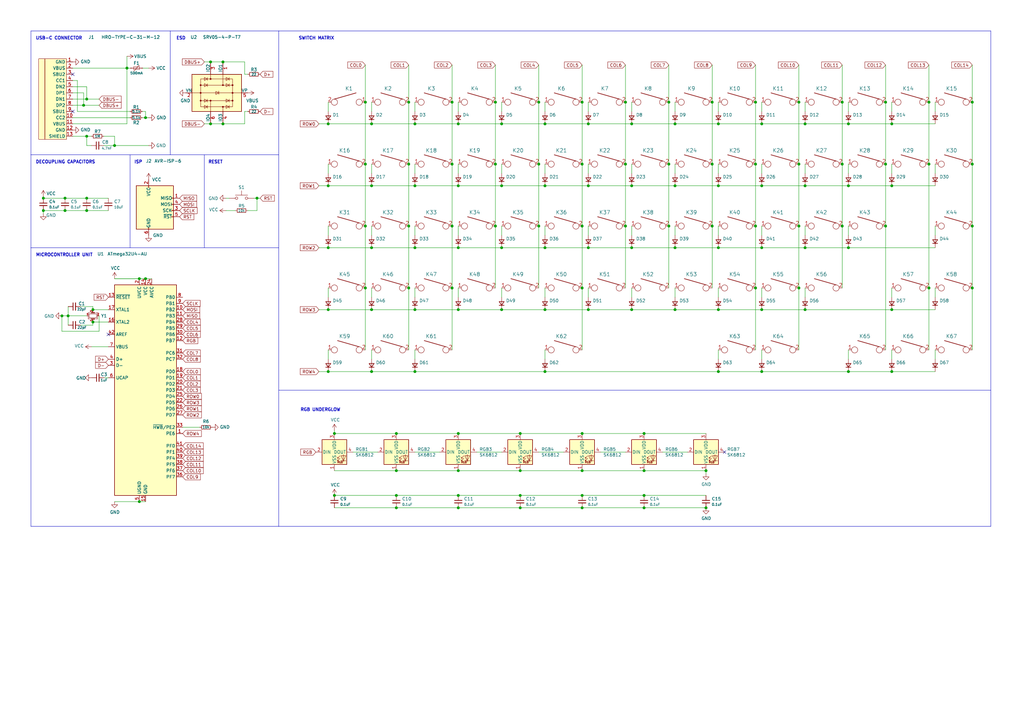
<source format=kicad_sch>
(kicad_sch (version 20200714) (host eeschema "(5.99.0-2809-gaceed2b0a4)")
  (page 1 1)
  (paper "A3")
  (junction (at 17.78 81.28) (diameter 1.016))
  (junction (at 17.78 86.36) (diameter 1.016))
  (junction (at 25.4 129.54) (diameter 1.016))
  (junction (at 26.67 81.28) (diameter 1.016))
  (junction (at 26.67 86.36) (diameter 1.016))
  (junction (at 27.94 129.54) (diameter 1.016))
  (junction (at 34.29 43.18) (diameter 1.016))
  (junction (at 35.56 40.64) (diameter 1.016))
  (junction (at 35.56 55.88) (diameter 1.016))
  (junction (at 35.56 81.28) (diameter 1.016))
  (junction (at 35.56 86.36) (diameter 1.016))
  (junction (at 38.1 127) (diameter 1.016))
  (junction (at 38.1 132.08) (diameter 1.016))
  (junction (at 46.99 59.69) (diameter 1.016))
  (junction (at 52.07 27.94) (diameter 1.016))
  (junction (at 57.15 114.3) (diameter 1.016))
  (junction (at 57.15 205.74) (diameter 1.016))
  (junction (at 59.69 48.26) (diameter 1.016))
  (junction (at 59.69 114.3) (diameter 1.016))
  (junction (at 86.36 25.4) (diameter 1.016))
  (junction (at 86.36 50.8) (diameter 1.016))
  (junction (at 91.44 25.4) (diameter 1.016))
  (junction (at 91.44 50.8) (diameter 1.016))
  (junction (at 105.41 81.28) (diameter 1.016))
  (junction (at 134.62 50.8) (diameter 1.016))
  (junction (at 134.62 76.2) (diameter 1.016))
  (junction (at 134.62 101.6) (diameter 1.016))
  (junction (at 134.62 127) (diameter 1.016))
  (junction (at 134.62 152.4) (diameter 1.016))
  (junction (at 137.16 177.8) (diameter 1.016))
  (junction (at 137.16 203.2) (diameter 1.016))
  (junction (at 149.86 41.91) (diameter 1.016))
  (junction (at 149.86 67.31) (diameter 1.016))
  (junction (at 149.86 92.71) (diameter 1.016))
  (junction (at 149.86 118.11) (diameter 1.016))
  (junction (at 152.4 50.8) (diameter 1.016))
  (junction (at 152.4 76.2) (diameter 1.016))
  (junction (at 152.4 101.6) (diameter 1.016))
  (junction (at 152.4 127) (diameter 1.016))
  (junction (at 152.4 152.4) (diameter 1.016))
  (junction (at 162.56 177.8) (diameter 1.016))
  (junction (at 162.56 193.04) (diameter 1.016))
  (junction (at 162.56 203.2) (diameter 1.016))
  (junction (at 162.56 208.28) (diameter 1.016))
  (junction (at 167.64 41.91) (diameter 1.016))
  (junction (at 167.64 67.31) (diameter 1.016))
  (junction (at 167.64 92.71) (diameter 1.016))
  (junction (at 167.64 118.11) (diameter 1.016))
  (junction (at 170.18 50.8) (diameter 1.016))
  (junction (at 170.18 76.2) (diameter 1.016))
  (junction (at 170.18 101.6) (diameter 1.016))
  (junction (at 170.18 127) (diameter 1.016))
  (junction (at 170.18 152.4) (diameter 1.016))
  (junction (at 185.42 41.91) (diameter 1.016))
  (junction (at 185.42 67.31) (diameter 1.016))
  (junction (at 185.42 92.71) (diameter 1.016))
  (junction (at 185.42 118.11) (diameter 1.016))
  (junction (at 187.96 50.8) (diameter 1.016))
  (junction (at 187.96 76.2) (diameter 1.016))
  (junction (at 187.96 101.6) (diameter 1.016))
  (junction (at 187.96 127) (diameter 1.016))
  (junction (at 187.96 177.8) (diameter 1.016))
  (junction (at 187.96 193.04) (diameter 1.016))
  (junction (at 187.96 203.2) (diameter 1.016))
  (junction (at 187.96 208.28) (diameter 1.016))
  (junction (at 203.2 41.91) (diameter 1.016))
  (junction (at 203.2 67.31) (diameter 1.016))
  (junction (at 203.2 92.71) (diameter 1.016))
  (junction (at 205.74 50.8) (diameter 1.016))
  (junction (at 205.74 76.2) (diameter 1.016))
  (junction (at 205.74 101.6) (diameter 1.016))
  (junction (at 205.74 127) (diameter 1.016))
  (junction (at 213.36 177.8) (diameter 1.016))
  (junction (at 213.36 193.04) (diameter 1.016))
  (junction (at 213.36 203.2) (diameter 1.016))
  (junction (at 213.36 208.28) (diameter 1.016))
  (junction (at 220.98 41.91) (diameter 1.016))
  (junction (at 220.98 67.31) (diameter 1.016))
  (junction (at 220.98 92.71) (diameter 1.016))
  (junction (at 223.52 50.8) (diameter 1.016))
  (junction (at 223.52 76.2) (diameter 1.016))
  (junction (at 223.52 101.6) (diameter 1.016))
  (junction (at 223.52 127) (diameter 1.016))
  (junction (at 223.52 152.4) (diameter 1.016))
  (junction (at 238.76 41.91) (diameter 1.016))
  (junction (at 238.76 67.31) (diameter 1.016))
  (junction (at 238.76 92.71) (diameter 1.016))
  (junction (at 238.76 118.11) (diameter 1.016))
  (junction (at 238.76 177.8) (diameter 1.016))
  (junction (at 238.76 193.04) (diameter 1.016))
  (junction (at 238.76 203.2) (diameter 1.016))
  (junction (at 238.76 208.28) (diameter 1.016))
  (junction (at 241.3 50.8) (diameter 1.016))
  (junction (at 241.3 76.2) (diameter 1.016))
  (junction (at 241.3 101.6) (diameter 1.016))
  (junction (at 241.3 127) (diameter 1.016))
  (junction (at 256.54 41.91) (diameter 1.016))
  (junction (at 256.54 67.31) (diameter 1.016))
  (junction (at 256.54 92.71) (diameter 1.016))
  (junction (at 259.08 50.8) (diameter 1.016))
  (junction (at 259.08 76.2) (diameter 1.016))
  (junction (at 259.08 101.6) (diameter 1.016))
  (junction (at 259.08 127) (diameter 1.016))
  (junction (at 264.16 177.8) (diameter 1.016))
  (junction (at 264.16 193.04) (diameter 1.016))
  (junction (at 264.16 203.2) (diameter 1.016))
  (junction (at 264.16 208.28) (diameter 1.016))
  (junction (at 274.32 41.91) (diameter 1.016))
  (junction (at 274.32 67.31) (diameter 1.016))
  (junction (at 274.32 92.71) (diameter 1.016))
  (junction (at 276.86 50.8) (diameter 1.016))
  (junction (at 276.86 76.2) (diameter 1.016))
  (junction (at 276.86 101.6) (diameter 1.016))
  (junction (at 276.86 127) (diameter 1.016))
  (junction (at 289.56 193.04) (diameter 1.016))
  (junction (at 289.56 208.28) (diameter 1.016))
  (junction (at 292.1 41.91) (diameter 1.016))
  (junction (at 292.1 67.31) (diameter 1.016))
  (junction (at 292.1 92.71) (diameter 1.016))
  (junction (at 294.64 50.8) (diameter 1.016))
  (junction (at 294.64 76.2) (diameter 1.016))
  (junction (at 294.64 101.6) (diameter 1.016))
  (junction (at 294.64 127) (diameter 1.016))
  (junction (at 294.64 152.4) (diameter 1.016))
  (junction (at 309.88 41.91) (diameter 1.016))
  (junction (at 309.88 67.31) (diameter 1.016))
  (junction (at 309.88 92.71) (diameter 1.016))
  (junction (at 309.88 118.11) (diameter 1.016))
  (junction (at 312.42 50.8) (diameter 1.016))
  (junction (at 312.42 76.2) (diameter 1.016))
  (junction (at 312.42 101.6) (diameter 1.016))
  (junction (at 312.42 127) (diameter 1.016))
  (junction (at 312.42 152.4) (diameter 1.016))
  (junction (at 327.66 41.91) (diameter 1.016))
  (junction (at 327.66 67.31) (diameter 1.016))
  (junction (at 327.66 92.71) (diameter 1.016))
  (junction (at 327.66 118.11) (diameter 1.016))
  (junction (at 330.2 50.8) (diameter 1.016))
  (junction (at 330.2 76.2) (diameter 1.016))
  (junction (at 330.2 101.6) (diameter 1.016))
  (junction (at 330.2 127) (diameter 1.016))
  (junction (at 345.44 41.91) (diameter 1.016))
  (junction (at 345.44 67.31) (diameter 1.016))
  (junction (at 345.44 92.71) (diameter 1.016))
  (junction (at 347.98 50.8) (diameter 1.016))
  (junction (at 347.98 76.2) (diameter 1.016))
  (junction (at 347.98 101.6) (diameter 1.016))
  (junction (at 347.98 152.4) (diameter 1.016))
  (junction (at 363.22 41.91) (diameter 1.016))
  (junction (at 363.22 67.31) (diameter 1.016))
  (junction (at 363.22 92.71) (diameter 1.016))
  (junction (at 365.76 50.8) (diameter 1.016))
  (junction (at 365.76 76.2) (diameter 1.016))
  (junction (at 365.76 127) (diameter 1.016))
  (junction (at 365.76 152.4) (diameter 1.016))
  (junction (at 381 41.91) (diameter 1.016))
  (junction (at 381 67.31) (diameter 1.016))
  (junction (at 381 118.11) (diameter 1.016))
  (junction (at 398.78 41.91) (diameter 1.016))
  (junction (at 398.78 67.31) (diameter 1.016))
  (junction (at 398.78 92.71) (diameter 1.016))
  (junction (at 398.78 118.11) (diameter 1.016))
  (no_connect (at 29.845 45.72))
  (no_connect (at 44.45 137.16))
  (no_connect (at 29.845 30.48))
  (no_connect (at 297.18 185.42))
  (wire (pts (xy 17.78 80.645) (xy 17.78 81.28)))
  (wire (pts (xy 17.78 81.28) (xy 26.67 81.28)))
  (wire (pts (xy 17.78 86.36) (xy 17.78 87.63)))
  (wire (pts (xy 17.78 86.36) (xy 26.67 86.36)))
  (wire (pts (xy 25.4 129.54) (xy 27.94 129.54)))
  (wire (pts (xy 25.4 135.89) (xy 25.4 129.54)))
  (wire (pts (xy 26.67 81.28) (xy 35.56 81.28)))
  (wire (pts (xy 26.67 86.36) (xy 35.56 86.36)))
  (wire (pts (xy 27.94 125.73) (xy 27.94 129.54)))
  (wire (pts (xy 27.94 129.54) (xy 27.94 133.35)))
  (wire (pts (xy 27.94 129.54) (xy 35.56 129.54)))
  (wire (pts (xy 29.845 27.94) (xy 52.07 27.94)))
  (wire (pts (xy 29.845 33.02) (xy 31.75 33.02)))
  (wire (pts (xy 29.845 35.56) (xy 35.56 35.56)))
  (wire (pts (xy 29.845 38.1) (xy 34.29 38.1)))
  (wire (pts (xy 29.845 40.64) (xy 35.56 40.64)))
  (wire (pts (xy 29.845 43.18) (xy 34.29 43.18)))
  (wire (pts (xy 29.845 48.26) (xy 53.34 48.26)))
  (wire (pts (xy 29.845 50.8) (xy 52.07 50.8)))
  (wire (pts (xy 29.845 55.88) (xy 35.56 55.88)))
  (wire (pts (xy 31.75 33.02) (xy 31.75 45.72)))
  (wire (pts (xy 31.75 45.72) (xy 53.34 45.72)))
  (wire (pts (xy 33.02 125.73) (xy 38.1 125.73)))
  (wire (pts (xy 33.02 133.35) (xy 38.1 133.35)))
  (wire (pts (xy 34.29 38.1) (xy 34.29 43.18)))
  (wire (pts (xy 34.29 43.18) (xy 40.64 43.18)))
  (wire (pts (xy 35.56 35.56) (xy 35.56 40.64)))
  (wire (pts (xy 35.56 40.64) (xy 40.64 40.64)))
  (wire (pts (xy 35.56 55.88) (xy 35.56 59.69)))
  (wire (pts (xy 35.56 55.88) (xy 37.465 55.88)))
  (wire (pts (xy 35.56 81.28) (xy 44.45 81.28)))
  (wire (pts (xy 35.56 86.36) (xy 44.45 86.36)))
  (wire (pts (xy 37.465 59.69) (xy 35.56 59.69)))
  (wire (pts (xy 37.592 142.24) (xy 44.45 142.24)))
  (wire (pts (xy 38.1 125.73) (xy 38.1 127)))
  (wire (pts (xy 38.1 127) (xy 44.45 127)))
  (wire (pts (xy 38.1 132.08) (xy 38.1 133.35)))
  (wire (pts (xy 38.1 132.08) (xy 44.45 132.08)))
  (wire (pts (xy 40.64 129.54) (xy 40.64 135.89)))
  (wire (pts (xy 40.64 135.89) (xy 25.4 135.89)))
  (wire (pts (xy 42.545 55.88) (xy 46.99 55.88)))
  (wire (pts (xy 42.545 59.69) (xy 46.99 59.69)))
  (wire (pts (xy 42.672 154.94) (xy 44.45 154.94)))
  (wire (pts (xy 46.99 55.88) (xy 46.99 59.69)))
  (wire (pts (xy 46.99 59.69) (xy 60.96 59.69)))
  (wire (pts (xy 46.99 114.3) (xy 57.15 114.3)))
  (wire (pts (xy 46.99 114.3) (xy 57.15 114.3)))
  (wire (pts (xy 46.99 205.74) (xy 57.15 205.74)))
  (wire (pts (xy 52.07 23.114) (xy 52.07 27.94)))
  (wire (pts (xy 52.07 27.94) (xy 52.07 50.8)))
  (wire (pts (xy 52.07 27.94) (xy 53.467 27.94)))
  (wire (pts (xy 57.15 114.3) (xy 59.69 114.3)))
  (wire (pts (xy 57.15 205.74) (xy 59.69 205.74)))
  (wire (pts (xy 58.42 45.72) (xy 59.69 45.72)))
  (wire (pts (xy 58.42 48.26) (xy 59.69 48.26)))
  (wire (pts (xy 58.547 27.94) (xy 60.96 27.94)))
  (wire (pts (xy 59.69 45.72) (xy 59.69 48.26)))
  (wire (pts (xy 59.69 48.26) (xy 60.96 48.26)))
  (wire (pts (xy 59.69 114.3) (xy 62.23 114.3)))
  (wire (pts (xy 74.93 175.26) (xy 81.915 175.26)))
  (wire (pts (xy 83.82 25.4) (xy 86.36 25.4)))
  (wire (pts (xy 83.82 50.8) (xy 86.36 50.8)))
  (wire (pts (xy 86.36 25.4) (xy 91.44 25.4)))
  (wire (pts (xy 86.36 50.8) (xy 91.44 50.8)))
  (wire (pts (xy 91.44 25.4) (xy 100.33 25.4)))
  (wire (pts (xy 92.71 81.28) (xy 93.98 81.28)))
  (wire (pts (xy 92.71 86.36) (xy 96.52 86.36)))
  (wire (pts (xy 100.33 25.4) (xy 100.33 30.48)))
  (wire (pts (xy 100.33 30.48) (xy 101.6 30.48)))
  (wire (pts (xy 100.33 45.72) (xy 100.33 50.8)))
  (wire (pts (xy 100.33 45.72) (xy 101.6 45.72)))
  (wire (pts (xy 100.33 50.8) (xy 91.44 50.8)))
  (wire (pts (xy 104.14 81.28) (xy 105.41 81.28)))
  (wire (pts (xy 105.41 81.28) (xy 105.41 86.36)))
  (wire (pts (xy 105.41 81.28) (xy 106.68 81.28)))
  (wire (pts (xy 105.41 86.36) (xy 101.6 86.36)))
  (wire (pts (xy 130.81 50.8) (xy 134.62 50.8)))
  (wire (pts (xy 130.81 76.2) (xy 134.62 76.2)))
  (wire (pts (xy 130.81 101.6) (xy 134.62 101.6)))
  (wire (pts (xy 130.81 127) (xy 134.62 127)))
  (wire (pts (xy 130.81 152.4) (xy 134.62 152.4)))
  (wire (pts (xy 134.62 41.91) (xy 134.62 45.72)))
  (wire (pts (xy 134.62 50.8) (xy 152.4 50.8)))
  (wire (pts (xy 134.62 67.31) (xy 134.62 71.12)))
  (wire (pts (xy 134.62 76.2) (xy 152.4 76.2)))
  (wire (pts (xy 134.62 92.71) (xy 134.62 96.52)))
  (wire (pts (xy 134.62 101.6) (xy 152.4 101.6)))
  (wire (pts (xy 134.62 118.11) (xy 134.62 121.92)))
  (wire (pts (xy 134.62 127) (xy 152.4 127)))
  (wire (pts (xy 134.62 143.51) (xy 134.62 147.32)))
  (wire (pts (xy 134.62 152.4) (xy 152.4 152.4)))
  (wire (pts (xy 137.16 176.53) (xy 137.16 177.8)))
  (wire (pts (xy 137.16 177.8) (xy 162.56 177.8)))
  (wire (pts (xy 137.16 193.04) (xy 162.56 193.04)))
  (wire (pts (xy 137.16 203.2) (xy 162.56 203.2)))
  (wire (pts (xy 137.16 208.28) (xy 162.56 208.28)))
  (wire (pts (xy 144.78 185.42) (xy 154.94 185.42)))
  (wire (pts (xy 149.86 26.67) (xy 149.86 41.91)))
  (wire (pts (xy 149.86 41.91) (xy 149.86 67.31)))
  (wire (pts (xy 149.86 67.31) (xy 149.86 92.71)))
  (wire (pts (xy 149.86 92.71) (xy 149.86 118.11)))
  (wire (pts (xy 149.86 118.11) (xy 149.86 143.51)))
  (wire (pts (xy 152.4 41.91) (xy 152.4 45.72)))
  (wire (pts (xy 152.4 50.8) (xy 170.18 50.8)))
  (wire (pts (xy 152.4 67.31) (xy 152.4 71.12)))
  (wire (pts (xy 152.4 76.2) (xy 170.18 76.2)))
  (wire (pts (xy 152.4 92.71) (xy 152.4 96.52)))
  (wire (pts (xy 152.4 101.6) (xy 170.18 101.6)))
  (wire (pts (xy 152.4 118.11) (xy 152.4 121.92)))
  (wire (pts (xy 152.4 127) (xy 170.18 127)))
  (wire (pts (xy 152.4 143.51) (xy 152.4 147.32)))
  (wire (pts (xy 152.4 152.4) (xy 170.18 152.4)))
  (wire (pts (xy 162.56 177.8) (xy 187.96 177.8)))
  (wire (pts (xy 162.56 193.04) (xy 187.96 193.04)))
  (wire (pts (xy 162.56 203.2) (xy 187.96 203.2)))
  (wire (pts (xy 162.56 208.28) (xy 187.96 208.28)))
  (wire (pts (xy 167.64 26.67) (xy 167.64 41.91)))
  (wire (pts (xy 167.64 41.91) (xy 167.64 67.31)))
  (wire (pts (xy 167.64 67.31) (xy 167.64 92.71)))
  (wire (pts (xy 167.64 92.71) (xy 167.64 118.11)))
  (wire (pts (xy 167.64 118.11) (xy 167.64 143.51)))
  (wire (pts (xy 170.18 41.91) (xy 170.18 45.72)))
  (wire (pts (xy 170.18 50.8) (xy 187.96 50.8)))
  (wire (pts (xy 170.18 67.31) (xy 170.18 71.12)))
  (wire (pts (xy 170.18 76.2) (xy 187.96 76.2)))
  (wire (pts (xy 170.18 92.71) (xy 170.18 96.52)))
  (wire (pts (xy 170.18 101.6) (xy 187.96 101.6)))
  (wire (pts (xy 170.18 118.11) (xy 170.18 121.92)))
  (wire (pts (xy 170.18 127) (xy 187.96 127)))
  (wire (pts (xy 170.18 143.51) (xy 170.18 147.32)))
  (wire (pts (xy 170.18 152.4) (xy 223.52 152.4)))
  (wire (pts (xy 170.18 185.42) (xy 180.34 185.42)))
  (wire (pts (xy 185.42 26.67) (xy 185.42 41.91)))
  (wire (pts (xy 185.42 41.91) (xy 185.42 67.31)))
  (wire (pts (xy 185.42 67.31) (xy 185.42 92.71)))
  (wire (pts (xy 185.42 92.71) (xy 185.42 118.11)))
  (wire (pts (xy 185.42 118.11) (xy 185.42 143.51)))
  (wire (pts (xy 187.96 41.91) (xy 187.96 45.72)))
  (wire (pts (xy 187.96 50.8) (xy 205.74 50.8)))
  (wire (pts (xy 187.96 67.31) (xy 187.96 71.12)))
  (wire (pts (xy 187.96 76.2) (xy 205.74 76.2)))
  (wire (pts (xy 187.96 92.71) (xy 187.96 96.52)))
  (wire (pts (xy 187.96 101.6) (xy 205.74 101.6)))
  (wire (pts (xy 187.96 118.11) (xy 187.96 121.92)))
  (wire (pts (xy 187.96 127) (xy 205.74 127)))
  (wire (pts (xy 187.96 177.8) (xy 213.36 177.8)))
  (wire (pts (xy 187.96 193.04) (xy 213.36 193.04)))
  (wire (pts (xy 187.96 203.2) (xy 213.36 203.2)))
  (wire (pts (xy 187.96 208.28) (xy 213.36 208.28)))
  (wire (pts (xy 195.58 185.42) (xy 205.74 185.42)))
  (wire (pts (xy 203.2 26.67) (xy 203.2 41.91)))
  (wire (pts (xy 203.2 41.91) (xy 203.2 67.31)))
  (wire (pts (xy 203.2 67.31) (xy 203.2 92.71)))
  (wire (pts (xy 203.2 92.71) (xy 203.2 118.11)))
  (wire (pts (xy 205.74 41.91) (xy 205.74 45.72)))
  (wire (pts (xy 205.74 50.8) (xy 223.52 50.8)))
  (wire (pts (xy 205.74 67.31) (xy 205.74 71.12)))
  (wire (pts (xy 205.74 76.2) (xy 223.52 76.2)))
  (wire (pts (xy 205.74 92.71) (xy 205.74 96.52)))
  (wire (pts (xy 205.74 101.6) (xy 223.52 101.6)))
  (wire (pts (xy 205.74 118.11) (xy 205.74 121.92)))
  (wire (pts (xy 205.74 127) (xy 223.52 127)))
  (wire (pts (xy 213.36 177.8) (xy 238.76 177.8)))
  (wire (pts (xy 213.36 193.04) (xy 238.76 193.04)))
  (wire (pts (xy 213.36 203.2) (xy 238.76 203.2)))
  (wire (pts (xy 213.36 208.28) (xy 238.76 208.28)))
  (wire (pts (xy 220.98 26.67) (xy 220.98 41.91)))
  (wire (pts (xy 220.98 41.91) (xy 220.98 67.31)))
  (wire (pts (xy 220.98 67.31) (xy 220.98 92.71)))
  (wire (pts (xy 220.98 92.71) (xy 220.98 118.11)))
  (wire (pts (xy 220.98 185.42) (xy 231.14 185.42)))
  (wire (pts (xy 223.52 41.91) (xy 223.52 45.72)))
  (wire (pts (xy 223.52 50.8) (xy 241.3 50.8)))
  (wire (pts (xy 223.52 67.31) (xy 223.52 71.12)))
  (wire (pts (xy 223.52 76.2) (xy 241.3 76.2)))
  (wire (pts (xy 223.52 92.71) (xy 223.52 96.52)))
  (wire (pts (xy 223.52 101.6) (xy 241.3 101.6)))
  (wire (pts (xy 223.52 118.11) (xy 223.52 121.92)))
  (wire (pts (xy 223.52 127) (xy 241.3 127)))
  (wire (pts (xy 223.52 143.51) (xy 223.52 147.32)))
  (wire (pts (xy 223.52 152.4) (xy 294.64 152.4)))
  (wire (pts (xy 238.76 26.67) (xy 238.76 41.91)))
  (wire (pts (xy 238.76 41.91) (xy 238.76 67.31)))
  (wire (pts (xy 238.76 67.31) (xy 238.76 92.71)))
  (wire (pts (xy 238.76 92.71) (xy 238.76 118.11)))
  (wire (pts (xy 238.76 118.11) (xy 238.76 143.51)))
  (wire (pts (xy 238.76 177.8) (xy 264.16 177.8)))
  (wire (pts (xy 238.76 193.04) (xy 264.16 193.04)))
  (wire (pts (xy 238.76 203.2) (xy 264.16 203.2)))
  (wire (pts (xy 238.76 208.28) (xy 264.16 208.28)))
  (wire (pts (xy 241.3 41.91) (xy 241.3 45.72)))
  (wire (pts (xy 241.3 50.8) (xy 259.08 50.8)))
  (wire (pts (xy 241.3 67.31) (xy 241.3 71.12)))
  (wire (pts (xy 241.3 76.2) (xy 259.08 76.2)))
  (wire (pts (xy 241.3 92.71) (xy 241.3 96.52)))
  (wire (pts (xy 241.3 101.6) (xy 259.08 101.6)))
  (wire (pts (xy 241.3 118.11) (xy 241.3 121.92)))
  (wire (pts (xy 241.3 127) (xy 259.08 127)))
  (wire (pts (xy 246.38 185.42) (xy 256.54 185.42)))
  (wire (pts (xy 256.54 26.67) (xy 256.54 41.91)))
  (wire (pts (xy 256.54 41.91) (xy 256.54 67.31)))
  (wire (pts (xy 256.54 67.31) (xy 256.54 92.71)))
  (wire (pts (xy 256.54 92.71) (xy 256.54 118.11)))
  (wire (pts (xy 259.08 41.91) (xy 259.08 45.72)))
  (wire (pts (xy 259.08 50.8) (xy 276.86 50.8)))
  (wire (pts (xy 259.08 67.31) (xy 259.08 71.12)))
  (wire (pts (xy 259.08 76.2) (xy 276.86 76.2)))
  (wire (pts (xy 259.08 92.71) (xy 259.08 96.52)))
  (wire (pts (xy 259.08 101.6) (xy 276.86 101.6)))
  (wire (pts (xy 259.08 118.11) (xy 259.08 121.92)))
  (wire (pts (xy 259.08 127) (xy 276.86 127)))
  (wire (pts (xy 264.16 177.8) (xy 289.56 177.8)))
  (wire (pts (xy 264.16 193.04) (xy 289.56 193.04)))
  (wire (pts (xy 264.16 203.2) (xy 289.56 203.2)))
  (wire (pts (xy 264.16 208.28) (xy 289.56 208.28)))
  (wire (pts (xy 271.78 185.42) (xy 281.94 185.42)))
  (wire (pts (xy 274.32 26.67) (xy 274.32 41.91)))
  (wire (pts (xy 274.32 41.91) (xy 274.32 67.31)))
  (wire (pts (xy 274.32 67.31) (xy 274.32 92.71)))
  (wire (pts (xy 274.32 92.71) (xy 274.32 118.11)))
  (wire (pts (xy 276.86 41.91) (xy 276.86 45.72)))
  (wire (pts (xy 276.86 50.8) (xy 294.64 50.8)))
  (wire (pts (xy 276.86 67.31) (xy 276.86 71.12)))
  (wire (pts (xy 276.86 76.2) (xy 294.64 76.2)))
  (wire (pts (xy 276.86 92.71) (xy 276.86 96.52)))
  (wire (pts (xy 276.86 101.6) (xy 294.64 101.6)))
  (wire (pts (xy 276.86 118.11) (xy 276.86 121.92)))
  (wire (pts (xy 276.86 127) (xy 294.64 127)))
  (wire (pts (xy 289.56 193.04) (xy 289.56 194.31)))
  (wire (pts (xy 292.1 26.67) (xy 292.1 41.91)))
  (wire (pts (xy 292.1 41.91) (xy 292.1 67.31)))
  (wire (pts (xy 292.1 67.31) (xy 292.1 92.71)))
  (wire (pts (xy 292.1 92.71) (xy 292.1 118.11)))
  (wire (pts (xy 294.64 41.91) (xy 294.64 45.72)))
  (wire (pts (xy 294.64 50.8) (xy 312.42 50.8)))
  (wire (pts (xy 294.64 67.31) (xy 294.64 71.12)))
  (wire (pts (xy 294.64 76.2) (xy 312.42 76.2)))
  (wire (pts (xy 294.64 92.71) (xy 294.64 96.52)))
  (wire (pts (xy 294.64 101.6) (xy 312.42 101.6)))
  (wire (pts (xy 294.64 118.11) (xy 294.64 121.92)))
  (wire (pts (xy 294.64 127) (xy 312.42 127)))
  (wire (pts (xy 294.64 143.51) (xy 294.64 147.32)))
  (wire (pts (xy 294.64 152.4) (xy 312.42 152.4)))
  (wire (pts (xy 309.88 26.67) (xy 309.88 41.91)))
  (wire (pts (xy 309.88 41.91) (xy 309.88 67.31)))
  (wire (pts (xy 309.88 67.31) (xy 309.88 92.71)))
  (wire (pts (xy 309.88 92.71) (xy 309.88 118.11)))
  (wire (pts (xy 309.88 118.11) (xy 309.88 143.51)))
  (wire (pts (xy 312.42 41.91) (xy 312.42 45.72)))
  (wire (pts (xy 312.42 50.8) (xy 330.2 50.8)))
  (wire (pts (xy 312.42 67.31) (xy 312.42 71.12)))
  (wire (pts (xy 312.42 76.2) (xy 330.2 76.2)))
  (wire (pts (xy 312.42 92.71) (xy 312.42 96.52)))
  (wire (pts (xy 312.42 101.6) (xy 330.2 101.6)))
  (wire (pts (xy 312.42 118.11) (xy 312.42 121.92)))
  (wire (pts (xy 312.42 127) (xy 330.2 127)))
  (wire (pts (xy 312.42 143.51) (xy 312.42 147.32)))
  (wire (pts (xy 312.42 152.4) (xy 347.98 152.4)))
  (wire (pts (xy 327.66 26.67) (xy 327.66 41.91)))
  (wire (pts (xy 327.66 41.91) (xy 327.66 67.31)))
  (wire (pts (xy 327.66 67.31) (xy 327.66 92.71)))
  (wire (pts (xy 327.66 92.71) (xy 327.66 118.11)))
  (wire (pts (xy 327.66 118.11) (xy 327.66 143.51)))
  (wire (pts (xy 330.2 41.91) (xy 330.2 45.72)))
  (wire (pts (xy 330.2 50.8) (xy 347.98 50.8)))
  (wire (pts (xy 330.2 67.31) (xy 330.2 71.12)))
  (wire (pts (xy 330.2 76.2) (xy 347.98 76.2)))
  (wire (pts (xy 330.2 92.71) (xy 330.2 96.52)))
  (wire (pts (xy 330.2 101.6) (xy 347.98 101.6)))
  (wire (pts (xy 330.2 118.11) (xy 330.2 121.92)))
  (wire (pts (xy 330.2 127) (xy 365.76 127)))
  (wire (pts (xy 345.44 26.67) (xy 345.44 41.91)))
  (wire (pts (xy 345.44 41.91) (xy 345.44 67.31)))
  (wire (pts (xy 345.44 67.31) (xy 345.44 92.71)))
  (wire (pts (xy 345.44 92.71) (xy 345.44 118.11)))
  (wire (pts (xy 347.98 41.91) (xy 347.98 45.72)))
  (wire (pts (xy 347.98 50.8) (xy 365.76 50.8)))
  (wire (pts (xy 347.98 67.31) (xy 347.98 71.12)))
  (wire (pts (xy 347.98 76.2) (xy 365.76 76.2)))
  (wire (pts (xy 347.98 92.71) (xy 347.98 96.52)))
  (wire (pts (xy 347.98 101.6) (xy 383.54 101.6)))
  (wire (pts (xy 347.98 143.51) (xy 347.98 147.32)))
  (wire (pts (xy 347.98 152.4) (xy 365.76 152.4)))
  (wire (pts (xy 363.22 26.67) (xy 363.22 41.91)))
  (wire (pts (xy 363.22 41.91) (xy 363.22 67.31)))
  (wire (pts (xy 363.22 67.31) (xy 363.22 92.71)))
  (wire (pts (xy 363.22 92.71) (xy 363.22 143.51)))
  (wire (pts (xy 365.76 41.91) (xy 365.76 45.72)))
  (wire (pts (xy 365.76 50.8) (xy 383.54 50.8)))
  (wire (pts (xy 365.76 67.31) (xy 365.76 71.12)))
  (wire (pts (xy 365.76 76.2) (xy 383.54 76.2)))
  (wire (pts (xy 365.76 118.11) (xy 365.76 121.92)))
  (wire (pts (xy 365.76 127) (xy 383.54 127)))
  (wire (pts (xy 365.76 143.51) (xy 365.76 147.32)))
  (wire (pts (xy 365.76 152.4) (xy 383.54 152.4)))
  (wire (pts (xy 381 26.67) (xy 381 41.91)))
  (wire (pts (xy 381 41.91) (xy 381 67.31)))
  (wire (pts (xy 381 67.31) (xy 381 118.11)))
  (wire (pts (xy 381 118.11) (xy 381 143.51)))
  (wire (pts (xy 383.54 41.91) (xy 383.54 45.72)))
  (wire (pts (xy 383.54 67.31) (xy 383.54 71.12)))
  (wire (pts (xy 383.54 92.71) (xy 383.54 96.52)))
  (wire (pts (xy 383.54 118.11) (xy 383.54 121.92)))
  (wire (pts (xy 383.54 143.51) (xy 383.54 147.32)))
  (wire (pts (xy 398.78 26.67) (xy 398.78 41.91)))
  (wire (pts (xy 398.78 41.91) (xy 398.78 67.31)))
  (wire (pts (xy 398.78 67.31) (xy 398.78 92.71)))
  (wire (pts (xy 398.78 92.71) (xy 398.78 118.11)))
  (wire (pts (xy 398.78 118.11) (xy 398.78 143.51)))
  (polyline (pts (xy 12.7 12.7) (xy 12.7 63.5)) (stroke (width 0) (type solid)))
  (polyline (pts (xy 12.7 63.5) (xy 12.7 101.6)) (stroke (width 0) (type solid)))
  (polyline (pts (xy 12.7 63.5) (xy 114.3 63.5)) (stroke (width 0) (type solid)))
  (polyline (pts (xy 12.7 101.6) (xy 12.7 215.9)) (stroke (width 0) (type solid)))
  (polyline (pts (xy 12.7 101.6) (xy 114.3 101.6)) (stroke (width 0) (type solid)))
  (polyline (pts (xy 12.7 215.9) (xy 114.3 215.9)) (stroke (width 0) (type solid)))
  (polyline (pts (xy 53.34 63.5) (xy 53.34 101.6)) (stroke (width 0) (type solid)))
  (polyline (pts (xy 69.85 12.7) (xy 69.85 63.5)) (stroke (width 0) (type solid)))
  (polyline (pts (xy 83.82 63.5) (xy 83.82 101.6)) (stroke (width 0) (type solid)))
  (polyline (pts (xy 114.3 12.7) (xy 12.7 12.7)) (stroke (width 0) (type solid)))
  (polyline (pts (xy 114.3 12.7) (xy 406.4 12.7)) (stroke (width 0) (type solid)))
  (polyline (pts (xy 114.3 63.5) (xy 114.3 12.7)) (stroke (width 0) (type solid)))
  (polyline (pts (xy 114.3 63.5) (xy 114.3 101.6)) (stroke (width 0) (type solid)))
  (polyline (pts (xy 114.3 101.6) (xy 114.3 215.9)) (stroke (width 0) (type solid)))
  (polyline (pts (xy 114.3 160.02) (xy 406.4 160.02)) (stroke (width 0) (type solid)))
  (polyline (pts (xy 114.3 215.9) (xy 406.4 215.9)) (stroke (width 0) (type solid)))
  (polyline (pts (xy 406.4 215.9) (xy 406.4 12.7)) (stroke (width 0) (type solid)))
  (text "USB-C CONNECTOR" (at 33.782 16.51 180) (effects (font (size 1.27 1.27) (thickness 0.254) bold) (justify right bottom)))
  (text "MICROCONTROLLER UNIT" (at 38.1 105.41 180) (effects (font (size 1.27 1.27) (thickness 0.254) bold) (justify right bottom)))
  (text "DECOUPLING CAPACITORS" (at 39.116 67.31 180) (effects (font (size 1.27 1.27) (thickness 0.254) bold) (justify right bottom)))
  (text "ISP" (at 58.42 67.31 180) (effects (font (size 1.27 1.27) (thickness 0.254) bold) (justify right bottom)))
  (text "ESD" (at 76.2 16.51 180) (effects (font (size 1.27 1.27) (thickness 0.254) bold) (justify right bottom)))
  (text "RESET" (at 91.44 67.31 180) (effects (font (size 1.27 1.27) (thickness 0.254) bold) (justify right bottom)))
  (text "SWITCH MATRIX" (at 137.16 16.51 180) (effects (font (size 1.27 1.27) (thickness 0.254) bold) (justify right bottom)))
  (text "RGB UNDERGLOW" (at 139.7 168.91 180) (effects (font (size 1.27 1.27) (thickness 0.254) bold) (justify right bottom)))
  (global_label "DBUS-" (shape input) (at 40.64 40.64 0))
  (global_label "DBUS+" (shape input) (at 40.64 43.18 0))
  (global_label "RST" (shape input) (at 44.45 121.92 180))
  (global_label "D+" (shape input) (at 44.45 147.32 180))
  (global_label "D-" (shape input) (at 44.45 149.86 180))
  (global_label "MISO" (shape input) (at 73.66 81.28 0))
  (global_label "MOSI" (shape input) (at 73.66 83.82 0))
  (global_label "SCLK" (shape input) (at 73.66 86.36 0))
  (global_label "RST" (shape input) (at 73.66 88.9 0))
  (global_label "SCLK" (shape input) (at 74.93 124.46 0))
  (global_label "MOSI" (shape input) (at 74.93 127 0))
  (global_label "MISO" (shape input) (at 74.93 129.54 0))
  (global_label "COL4" (shape input) (at 74.93 132.08 0))
  (global_label "COL5" (shape input) (at 74.93 134.62 0))
  (global_label "COL6" (shape input) (at 74.93 137.16 0))
  (global_label "RGB" (shape input) (at 74.93 139.7 0))
  (global_label "COL7" (shape input) (at 74.93 144.78 0))
  (global_label "COL8" (shape input) (at 74.93 147.32 0))
  (global_label "COL0" (shape input) (at 74.93 152.4 0))
  (global_label "COL1" (shape input) (at 74.93 154.94 0))
  (global_label "COL2" (shape input) (at 74.93 157.48 0))
  (global_label "COL3" (shape input) (at 74.93 160.02 0))
  (global_label "ROW0" (shape input) (at 74.93 162.56 0))
  (global_label "ROW3" (shape input) (at 74.93 165.1 0))
  (global_label "ROW1" (shape input) (at 74.93 167.64 0))
  (global_label "ROW2" (shape input) (at 74.93 170.18 0))
  (global_label "ROW4" (shape input) (at 74.93 177.8 0))
  (global_label "COL14" (shape input) (at 74.93 182.88 0))
  (global_label "COL13" (shape input) (at 74.93 185.42 0))
  (global_label "COL12" (shape input) (at 74.93 187.96 0))
  (global_label "COL11" (shape input) (at 74.93 190.5 0))
  (global_label "COL10" (shape input) (at 74.93 193.04 0))
  (global_label "COL9" (shape input) (at 74.93 195.58 0))
  (global_label "DBUS+" (shape input) (at 83.82 25.4 180))
  (global_label "DBUS-" (shape input) (at 83.82 50.8 180))
  (global_label "D+" (shape input) (at 106.68 30.48 0))
  (global_label "D-" (shape input) (at 106.68 45.72 0))
  (global_label "RST" (shape input) (at 106.68 81.28 0))
  (global_label "RGB" (shape input) (at 129.54 185.42 180))
  (global_label "ROW0" (shape input) (at 130.81 50.8 180))
  (global_label "ROW1" (shape input) (at 130.81 76.2 180))
  (global_label "ROW2" (shape input) (at 130.81 101.6 180))
  (global_label "ROW3" (shape input) (at 130.81 127 180))
  (global_label "ROW4" (shape input) (at 130.81 152.4 180))
  (global_label "COL0" (shape input) (at 149.86 26.67 180))
  (global_label "COL1" (shape input) (at 167.64 26.67 180))
  (global_label "COL2" (shape input) (at 185.42 26.67 180))
  (global_label "COL3" (shape input) (at 203.2 26.67 180))
  (global_label "COL4" (shape input) (at 220.98 26.67 180))
  (global_label "COL5" (shape input) (at 238.76 26.67 180))
  (global_label "COL6" (shape input) (at 256.54 26.67 180))
  (global_label "COL7" (shape input) (at 274.32 26.67 180))
  (global_label "COL8" (shape input) (at 292.1 26.67 180))
  (global_label "COL9" (shape input) (at 309.88 26.67 180))
  (global_label "COL10" (shape input) (at 327.66 26.67 180))
  (global_label "COL11" (shape input) (at 345.44 26.67 180))
  (global_label "COL12" (shape input) (at 363.22 26.67 180))
  (global_label "COL13" (shape input) (at 381 26.67 180))
  (global_label "COL14" (shape input) (at 398.78 26.67 180))
  (symbol (lib_id "power:VCC") (at 17.78 80.645 0) (unit 1)
    (property "Reference" "#PWR0102" (effects hide))
    (property "Value" "VCC" (at 20.955 79.375 0))
  )
  (symbol (lib_id "power:VCC") (at 37.592 142.24 90) (unit 1)
    (property "Reference" "#PWR0103" (effects hide))
    (property "Value" "VCC" (at 34.4169 141.8717 90) (effects (justify left)))
  )
  (symbol (lib_id "power:VCC") (at 46.99 114.3 0) (unit 1)
    (property "Reference" "#PWR0106" (effects hide))
    (property "Value" "VCC" (at 47.3583 109.9756 0))
  )
  (symbol (lib_id "power:VBUS") (at 52.07 23.114 270) (unit 1)
    (property "Reference" "#PWR0105" (effects hide))
    (property "Value" "VBUS" (at 57.531 23.114 90))
  )
  (symbol (lib_id "power:VCC") (at 60.96 27.94 270) (unit 1)
    (property "Reference" "#PWR0111" (effects hide))
    (property "Value" "VCC" (at 66.04 27.94 90))
  )
  (symbol (lib_id "power:VCC") (at 60.96 73.66 0) (unit 1)
    (property "Reference" "#PWR0123" (effects hide))
    (property "Value" "VCC" (at 64.262 73.66 0))
  )
  (symbol (lib_id "power:VCC") (at 92.71 86.36 90) (unit 1)
    (property "Reference" "#PWR0114" (effects hide))
    (property "Value" "VCC" (at 89.5349 85.9917 90) (effects (justify left)))
  )
  (symbol (lib_id "power:VBUS") (at 101.6 38.1 270) (unit 1)
    (property "Reference" "#PWR0115" (effects hide))
    (property "Value" "VBUS" (at 100.965 41.275 90) (effects (justify left)))
  )
  (symbol (lib_id "power:VCC") (at 137.16 176.53 0) (unit 1)
    (property "Reference" "#PWR0121" (effects hide))
    (property "Value" "VCC" (at 137.5283 172.2056 0))
  )
  (symbol (lib_id "power:VCC") (at 137.16 203.2 0) (unit 1)
    (property "Reference" "#PWR0122" (effects hide))
    (property "Value" "VCC" (at 137.5283 198.8756 0))
  )
  (symbol (lib_id "power:GND") (at 17.78 87.63 0) (unit 1)
    (property "Reference" "#PWR0101" (effects hide))
    (property "Value" "GND" (at 20.955 88.265 0))
  )
  (symbol (lib_id "power:GND") (at 25.4 129.54 270) (unit 1)
    (property "Reference" "#PWR0112" (effects hide))
    (property "Value" "GND" (at 22.225 129.6543 90) (effects (justify right)))
  )
  (symbol (lib_id "power:GND") (at 29.845 25.4 90) (unit 1)
    (property "Reference" "#PWR0109" (effects hide))
    (property "Value" "GND" (at 33.0201 25.2857 90) (effects (justify right)))
  )
  (symbol (lib_id "power:GND") (at 29.845 53.34 90) (unit 1)
    (property "Reference" "#PWR0117" (effects hide))
    (property "Value" "GND" (at 33.0201 53.2257 90) (effects (justify right)))
  )
  (symbol (lib_id "power:GND") (at 37.592 154.94 270) (unit 1)
    (property "Reference" "#PWR0104" (effects hide))
    (property "Value" "GND" (at 33.2676 155.0543 90))
  )
  (symbol (lib_id "power:GND") (at 46.99 205.74 0) (unit 1)
    (property "Reference" "#PWR0107" (effects hide))
    (property "Value" "GND" (at 47.1043 210.0644 0))
  )
  (symbol (lib_id "power:GND") (at 60.96 48.26 90) (unit 1)
    (property "Reference" "#PWR0118" (effects hide))
    (property "Value" "GND" (at 64.135 48.26 90) (effects (justify right)))
  )
  (symbol (lib_id "power:GND") (at 60.96 59.69 90) (unit 1)
    (property "Reference" "#PWR0110" (effects hide))
    (property "Value" "GND" (at 64.008 59.69 90) (effects (justify right)))
  )
  (symbol (lib_id "power:GND") (at 60.96 96.52 0) (unit 1)
    (property "Reference" "#PWR0124" (effects hide))
    (property "Value" "GND" (at 64.77 96.52 0))
  )
  (symbol (lib_id "power:GND") (at 76.2 38.1 270) (unit 1)
    (property "Reference" "#PWR0116" (effects hide))
    (property "Value" "GND" (at 78.105 41.275 90) (effects (justify right)))
  )
  (symbol (lib_id "power:GND") (at 86.995 175.26 90) (unit 1)
    (property "Reference" "#PWR0108" (effects hide))
    (property "Value" "GND" (at 90.1701 175.1457 90) (effects (justify right)))
  )
  (symbol (lib_id "power:GND") (at 92.71 81.28 270) (unit 1)
    (property "Reference" "#PWR0113" (effects hide))
    (property "Value" "GND" (at 89.535 81.3943 90) (effects (justify right)))
  )
  (symbol (lib_id "power:GND") (at 289.56 194.31 0) (unit 1)
    (property "Reference" "#PWR0119" (effects hide))
    (property "Value" "GND" (at 289.6743 198.6344 0))
  )
  (symbol (lib_id "power:GND") (at 289.56 208.28 0) (unit 1)
    (property "Reference" "#PWR0120" (effects hide))
    (property "Value" "GND" (at 289.6743 212.6044 0))
  )
  (symbol (lib_id "Device:R_Small") (at 40.005 55.88 270) (unit 1)
    (property "Reference" "R7" (at 40.005 53.975 90))
    (property "Value" "1M" (at 40.005 55.88 90) (effects (font (size 1 1))))
    (property "Footprint" "Resistor_SMD:R_0805_2012Metric" (effects hide))
  )
  (symbol (lib_id "Device:R_Small") (at 55.88 45.72 90) (unit 1)
    (property "Reference" "R1" (at 55.88 43.942 90))
    (property "Value" "5.1k" (at 55.88 45.72 90) (effects (font (size 1 1))))
    (property "Footprint" "Resistor_SMD:R_0805_2012Metric" (effects hide))
  )
  (symbol (lib_id "Device:R_Small") (at 55.88 48.26 90) (unit 1)
    (property "Reference" "R2" (at 55.88 50.298 90))
    (property "Value" "5.1k" (at 55.88 48.26 90) (effects (font (size 1 1))))
    (property "Footprint" "Resistor_SMD:R_0805_2012Metric" (effects hide))
  )
  (symbol (lib_id "Device:R_Small") (at 84.455 175.26 270) (unit 1)
    (property "Reference" "R6" (at 84.455 172.8532 90))
    (property "Value" "10k" (at 84.455 175.152 90) (effects (font (size 1 1))))
    (property "Footprint" "Resistor_SMD:R_0805_2012Metric" (effects hide))
  )
  (symbol (lib_id "Device:R_Small") (at 99.06 86.36 90) (unit 1)
    (property "Reference" "R5" (at 99.06 84.455 90))
    (property "Value" "10k" (at 99.06 86.36 90) (effects (font (size 1 1))))
    (property "Footprint" "Resistor_SMD:R_0805_2012Metric" (effects hide))
  )
  (symbol (lib_id "Device:R_Small") (at 104.14 30.48 90) (unit 1)
    (property "Reference" "R3" (at 104.14 28.575 90))
    (property "Value" "22" (at 104.14 30.48 90) (effects (font (size 1 1))))
    (property "Footprint" "Resistor_SMD:R_0805_2012Metric" (effects hide))
  )
  (symbol (lib_id "Device:R_Small") (at 104.14 45.72 90) (unit 1)
    (property "Reference" "R4" (at 104.14 43.815 90))
    (property "Value" "22" (at 104.14 45.72 90) (effects (font (size 1 1))))
    (property "Footprint" "Resistor_SMD:R_0805_2012Metric" (effects hide))
  )
  (symbol (lib_id "Device:Polyfuse_Small") (at 56.007 27.94 90) (unit 1)
    (property "Reference" "F1" (at 56.007 25.908 90))
    (property "Value" "500mA" (at 56.007 29.972 90) (effects (font (size 1 1))))
    (property "Footprint" "Fuse:Fuse_1206_3216Metric" (effects hide))
  )
  (symbol (lib_id "Device:D_Small") (at 134.62 48.26 90) (unit 1)
    (property "Reference" "D1" (at 136.3981 47.1106 90) (effects (justify right)))
    (property "Value" "D" (effects hide))
    (property "Footprint" "Diode_SMD:D_SOD-123" (effects hide))
  )
  (symbol (lib_id "Device:D_Small") (at 134.62 73.66 90) (unit 1)
    (property "Reference" "D16" (at 136.3981 72.5106 90) (effects (justify right)))
    (property "Value" "D" (effects hide))
    (property "Footprint" "Diode_SMD:D_SOD-123" (effects hide))
  )
  (symbol (lib_id "Device:D_Small") (at 134.62 99.06 90) (unit 1)
    (property "Reference" "D31" (at 136.3981 97.9106 90) (effects (justify right)))
    (property "Value" "D" (effects hide))
    (property "Footprint" "Diode_SMD:D_SOD-123" (effects hide))
  )
  (symbol (lib_id "Device:D_Small") (at 134.62 124.46 90) (unit 1)
    (property "Reference" "D45" (at 136.3981 123.3106 90) (effects (justify right)))
    (property "Value" "D" (effects hide))
    (property "Footprint" "Diode_SMD:D_SOD-123" (effects hide))
  )
  (symbol (lib_id "Device:D_Small") (at 134.62 149.86 90) (unit 1)
    (property "Reference" "D59" (at 136.3981 148.7106 90) (effects (justify right)))
    (property "Value" "D" (effects hide))
    (property "Footprint" "Diode_SMD:D_SOD-123" (effects hide))
  )
  (symbol (lib_id "Device:D_Small") (at 152.4 48.26 90) (unit 1)
    (property "Reference" "D2" (at 154.1781 47.1106 90) (effects (justify right)))
    (property "Value" "D" (effects hide))
    (property "Footprint" "Diode_SMD:D_SOD-123" (effects hide))
  )
  (symbol (lib_id "Device:D_Small") (at 152.4 73.66 90) (unit 1)
    (property "Reference" "D17" (at 154.1781 72.5106 90) (effects (justify right)))
    (property "Value" "D" (effects hide))
    (property "Footprint" "Diode_SMD:D_SOD-123" (effects hide))
  )
  (symbol (lib_id "Device:D_Small") (at 152.4 99.06 90) (unit 1)
    (property "Reference" "D32" (at 154.1781 97.9106 90) (effects (justify right)))
    (property "Value" "D" (effects hide))
    (property "Footprint" "Diode_SMD:D_SOD-123" (effects hide))
  )
  (symbol (lib_id "Device:D_Small") (at 152.4 124.46 90) (unit 1)
    (property "Reference" "D46" (at 154.1781 123.3106 90) (effects (justify right)))
    (property "Value" "D" (effects hide))
    (property "Footprint" "Diode_SMD:D_SOD-123" (effects hide))
  )
  (symbol (lib_id "Device:D_Small") (at 152.4 149.86 90) (unit 1)
    (property "Reference" "D60" (at 154.1781 148.7106 90) (effects (justify right)))
    (property "Value" "D" (effects hide))
    (property "Footprint" "Diode_SMD:D_SOD-123" (effects hide))
  )
  (symbol (lib_id "Device:D_Small") (at 170.18 48.26 90) (unit 1)
    (property "Reference" "D3" (at 171.9581 47.1106 90) (effects (justify right)))
    (property "Value" "D" (effects hide))
    (property "Footprint" "Diode_SMD:D_SOD-123" (effects hide))
  )
  (symbol (lib_id "Device:D_Small") (at 170.18 73.66 90) (unit 1)
    (property "Reference" "D18" (at 171.9581 72.5106 90) (effects (justify right)))
    (property "Value" "D" (effects hide))
    (property "Footprint" "Diode_SMD:D_SOD-123" (effects hide))
  )
  (symbol (lib_id "Device:D_Small") (at 170.18 99.06 90) (unit 1)
    (property "Reference" "D33" (at 171.9581 97.9106 90) (effects (justify right)))
    (property "Value" "D" (effects hide))
    (property "Footprint" "Diode_SMD:D_SOD-123" (effects hide))
  )
  (symbol (lib_id "Device:D_Small") (at 170.18 124.46 90) (unit 1)
    (property "Reference" "D47" (at 171.9581 123.3106 90) (effects (justify right)))
    (property "Value" "D" (effects hide))
    (property "Footprint" "Diode_SMD:D_SOD-123" (effects hide))
  )
  (symbol (lib_id "Device:D_Small") (at 170.18 149.86 90) (unit 1)
    (property "Reference" "D61" (at 171.9581 148.7106 90) (effects (justify right)))
    (property "Value" "D" (effects hide))
    (property "Footprint" "Diode_SMD:D_SOD-123" (effects hide))
  )
  (symbol (lib_id "Device:D_Small") (at 187.96 48.26 90) (unit 1)
    (property "Reference" "D4" (at 189.7381 47.1106 90) (effects (justify right)))
    (property "Value" "D" (effects hide))
    (property "Footprint" "Diode_SMD:D_SOD-123" (effects hide))
  )
  (symbol (lib_id "Device:D_Small") (at 187.96 73.66 90) (unit 1)
    (property "Reference" "D19" (at 189.7381 72.5106 90) (effects (justify right)))
    (property "Value" "D" (effects hide))
    (property "Footprint" "Diode_SMD:D_SOD-123" (effects hide))
  )
  (symbol (lib_id "Device:D_Small") (at 187.96 99.06 90) (unit 1)
    (property "Reference" "D34" (at 189.7381 97.9106 90) (effects (justify right)))
    (property "Value" "D" (effects hide))
    (property "Footprint" "Diode_SMD:D_SOD-123" (effects hide))
  )
  (symbol (lib_id "Device:D_Small") (at 187.96 124.46 90) (unit 1)
    (property "Reference" "D48" (at 189.7381 123.3106 90) (effects (justify right)))
    (property "Value" "D" (effects hide))
    (property "Footprint" "Diode_SMD:D_SOD-123" (effects hide))
  )
  (symbol (lib_id "Device:D_Small") (at 205.74 48.26 90) (unit 1)
    (property "Reference" "D5" (at 207.5181 47.1106 90) (effects (justify right)))
    (property "Value" "D" (effects hide))
    (property "Footprint" "Diode_SMD:D_SOD-123" (effects hide))
  )
  (symbol (lib_id "Device:D_Small") (at 205.74 73.66 90) (unit 1)
    (property "Reference" "D20" (at 207.5181 72.5106 90) (effects (justify right)))
    (property "Value" "D" (effects hide))
    (property "Footprint" "Diode_SMD:D_SOD-123" (effects hide))
  )
  (symbol (lib_id "Device:D_Small") (at 205.74 99.06 90) (unit 1)
    (property "Reference" "D35" (at 207.5181 97.9106 90) (effects (justify right)))
    (property "Value" "D" (effects hide))
    (property "Footprint" "Diode_SMD:D_SOD-123" (effects hide))
  )
  (symbol (lib_id "Device:D_Small") (at 205.74 124.46 90) (unit 1)
    (property "Reference" "D49" (at 207.5181 123.3106 90) (effects (justify right)))
    (property "Value" "D" (effects hide))
    (property "Footprint" "Diode_SMD:D_SOD-123" (effects hide))
  )
  (symbol (lib_id "Device:D_Small") (at 223.52 48.26 90) (unit 1)
    (property "Reference" "D6" (at 225.2981 47.1106 90) (effects (justify right)))
    (property "Value" "D" (effects hide))
    (property "Footprint" "Diode_SMD:D_SOD-123" (effects hide))
  )
  (symbol (lib_id "Device:D_Small") (at 223.52 73.66 90) (unit 1)
    (property "Reference" "D21" (at 225.2981 72.5106 90) (effects (justify right)))
    (property "Value" "D" (effects hide))
    (property "Footprint" "Diode_SMD:D_SOD-123" (effects hide))
  )
  (symbol (lib_id "Device:D_Small") (at 223.52 99.06 90) (unit 1)
    (property "Reference" "D36" (at 225.2981 97.9106 90) (effects (justify right)))
    (property "Value" "D" (effects hide))
    (property "Footprint" "Diode_SMD:D_SOD-123" (effects hide))
  )
  (symbol (lib_id "Device:D_Small") (at 223.52 124.46 90) (unit 1)
    (property "Reference" "D50" (at 225.2981 123.3106 90) (effects (justify right)))
    (property "Value" "D" (effects hide))
    (property "Footprint" "Diode_SMD:D_SOD-123" (effects hide))
  )
  (symbol (lib_id "Device:D_Small") (at 223.52 149.86 90) (unit 1)
    (property "Reference" "D62" (at 225.2981 148.7106 90) (effects (justify right)))
    (property "Value" "D" (effects hide))
    (property "Footprint" "Diode_SMD:D_SOD-123" (effects hide))
  )
  (symbol (lib_id "Device:D_Small") (at 241.3 48.26 90) (unit 1)
    (property "Reference" "D7" (at 243.0781 47.1106 90) (effects (justify right)))
    (property "Value" "D" (effects hide))
    (property "Footprint" "Diode_SMD:D_SOD-123" (effects hide))
  )
  (symbol (lib_id "Device:D_Small") (at 241.3 73.66 90) (unit 1)
    (property "Reference" "D22" (at 243.0781 72.5106 90) (effects (justify right)))
    (property "Value" "D" (effects hide))
    (property "Footprint" "Diode_SMD:D_SOD-123" (effects hide))
  )
  (symbol (lib_id "Device:D_Small") (at 241.3 99.06 90) (unit 1)
    (property "Reference" "D37" (at 243.0781 97.9106 90) (effects (justify right)))
    (property "Value" "D" (effects hide))
    (property "Footprint" "Diode_SMD:D_SOD-123" (effects hide))
  )
  (symbol (lib_id "Device:D_Small") (at 241.3 124.46 90) (unit 1)
    (property "Reference" "D51" (at 243.0781 123.3106 90) (effects (justify right)))
    (property "Value" "D" (effects hide))
    (property "Footprint" "Diode_SMD:D_SOD-123" (effects hide))
  )
  (symbol (lib_id "Device:D_Small") (at 259.08 48.26 90) (unit 1)
    (property "Reference" "D8" (at 260.8581 47.1106 90) (effects (justify right)))
    (property "Value" "D" (effects hide))
    (property "Footprint" "Diode_SMD:D_SOD-123" (effects hide))
  )
  (symbol (lib_id "Device:D_Small") (at 259.08 73.66 90) (unit 1)
    (property "Reference" "D23" (at 260.8581 72.5106 90) (effects (justify right)))
    (property "Value" "D" (effects hide))
    (property "Footprint" "Diode_SMD:D_SOD-123" (effects hide))
  )
  (symbol (lib_id "Device:D_Small") (at 259.08 99.06 90) (unit 1)
    (property "Reference" "D38" (at 260.8581 97.9106 90) (effects (justify right)))
    (property "Value" "D" (effects hide))
    (property "Footprint" "Diode_SMD:D_SOD-123" (effects hide))
  )
  (symbol (lib_id "Device:D_Small") (at 259.08 124.46 90) (unit 1)
    (property "Reference" "D52" (at 260.8581 123.3106 90) (effects (justify right)))
    (property "Value" "D" (effects hide))
    (property "Footprint" "Diode_SMD:D_SOD-123" (effects hide))
  )
  (symbol (lib_id "Device:D_Small") (at 276.86 48.26 90) (unit 1)
    (property "Reference" "D9" (at 278.6381 47.1106 90) (effects (justify right)))
    (property "Value" "D" (effects hide))
    (property "Footprint" "Diode_SMD:D_SOD-123" (effects hide))
  )
  (symbol (lib_id "Device:D_Small") (at 276.86 73.66 90) (unit 1)
    (property "Reference" "D24" (at 278.6381 72.5106 90) (effects (justify right)))
    (property "Value" "D" (effects hide))
    (property "Footprint" "Diode_SMD:D_SOD-123" (effects hide))
  )
  (symbol (lib_id "Device:D_Small") (at 276.86 99.06 90) (unit 1)
    (property "Reference" "D39" (at 278.6381 97.9106 90) (effects (justify right)))
    (property "Value" "D" (effects hide))
    (property "Footprint" "Diode_SMD:D_SOD-123" (effects hide))
  )
  (symbol (lib_id "Device:D_Small") (at 276.86 124.46 90) (unit 1)
    (property "Reference" "D53" (at 278.6381 123.3106 90) (effects (justify right)))
    (property "Value" "D" (effects hide))
    (property "Footprint" "Diode_SMD:D_SOD-123" (effects hide))
  )
  (symbol (lib_id "Device:D_Small") (at 294.64 48.26 90) (unit 1)
    (property "Reference" "D10" (at 296.4181 47.1106 90) (effects (justify right)))
    (property "Value" "D" (effects hide))
    (property "Footprint" "Diode_SMD:D_SOD-123" (effects hide))
  )
  (symbol (lib_id "Device:D_Small") (at 294.64 73.66 90) (unit 1)
    (property "Reference" "D25" (at 296.4181 72.5106 90) (effects (justify right)))
    (property "Value" "D" (effects hide))
    (property "Footprint" "Diode_SMD:D_SOD-123" (effects hide))
  )
  (symbol (lib_id "Device:D_Small") (at 294.64 99.06 90) (unit 1)
    (property "Reference" "D40" (at 296.4181 97.9106 90) (effects (justify right)))
    (property "Value" "D" (effects hide))
    (property "Footprint" "Diode_SMD:D_SOD-123" (effects hide))
  )
  (symbol (lib_id "Device:D_Small") (at 294.64 124.46 90) (unit 1)
    (property "Reference" "D54" (at 296.4181 123.3106 90) (effects (justify right)))
    (property "Value" "D" (effects hide))
    (property "Footprint" "Diode_SMD:D_SOD-123" (effects hide))
  )
  (symbol (lib_id "Device:D_Small") (at 294.64 149.86 90) (unit 1)
    (property "Reference" "D63" (at 296.4181 148.7106 90) (effects (justify right)))
    (property "Value" "D" (effects hide))
    (property "Footprint" "Diode_SMD:D_SOD-123" (effects hide))
  )
  (symbol (lib_id "Device:D_Small") (at 312.42 48.26 90) (unit 1)
    (property "Reference" "D11" (at 314.1981 47.1106 90) (effects (justify right)))
    (property "Value" "D" (effects hide))
    (property "Footprint" "Diode_SMD:D_SOD-123" (effects hide))
  )
  (symbol (lib_id "Device:D_Small") (at 312.42 73.66 90) (unit 1)
    (property "Reference" "D26" (at 314.1981 72.5106 90) (effects (justify right)))
    (property "Value" "D" (effects hide))
    (property "Footprint" "Diode_SMD:D_SOD-123" (effects hide))
  )
  (symbol (lib_id "Device:D_Small") (at 312.42 99.06 90) (unit 1)
    (property "Reference" "D41" (at 314.1981 97.9106 90) (effects (justify right)))
    (property "Value" "D" (effects hide))
    (property "Footprint" "Diode_SMD:D_SOD-123" (effects hide))
  )
  (symbol (lib_id "Device:D_Small") (at 312.42 124.46 90) (unit 1)
    (property "Reference" "D55" (at 314.1981 123.3106 90) (effects (justify right)))
    (property "Value" "D" (effects hide))
    (property "Footprint" "Diode_SMD:D_SOD-123" (effects hide))
  )
  (symbol (lib_id "Device:D_Small") (at 312.42 149.86 90) (unit 1)
    (property "Reference" "D64" (at 314.1981 148.7106 90) (effects (justify right)))
    (property "Value" "D" (effects hide))
    (property "Footprint" "Diode_SMD:D_SOD-123" (effects hide))
  )
  (symbol (lib_id "Device:D_Small") (at 330.2 48.26 90) (unit 1)
    (property "Reference" "D12" (at 331.9781 47.1106 90) (effects (justify right)))
    (property "Value" "D" (effects hide))
    (property "Footprint" "Diode_SMD:D_SOD-123" (effects hide))
  )
  (symbol (lib_id "Device:D_Small") (at 330.2 73.66 90) (unit 1)
    (property "Reference" "D27" (at 331.9781 72.5106 90) (effects (justify right)))
    (property "Value" "D" (effects hide))
    (property "Footprint" "Diode_SMD:D_SOD-123" (effects hide))
  )
  (symbol (lib_id "Device:D_Small") (at 330.2 99.06 90) (unit 1)
    (property "Reference" "D42" (at 331.9781 97.9106 90) (effects (justify right)))
    (property "Value" "D" (effects hide))
    (property "Footprint" "Diode_SMD:D_SOD-123" (effects hide))
  )
  (symbol (lib_id "Device:D_Small") (at 330.2 124.46 90) (unit 1)
    (property "Reference" "D56" (at 331.9781 123.3106 90) (effects (justify right)))
    (property "Value" "D" (effects hide))
    (property "Footprint" "Diode_SMD:D_SOD-123" (effects hide))
  )
  (symbol (lib_id "Device:D_Small") (at 347.98 48.26 90) (unit 1)
    (property "Reference" "D13" (at 349.7581 47.1106 90) (effects (justify right)))
    (property "Value" "D" (effects hide))
    (property "Footprint" "Diode_SMD:D_SOD-123" (effects hide))
  )
  (symbol (lib_id "Device:D_Small") (at 347.98 73.66 90) (unit 1)
    (property "Reference" "D28" (at 349.7581 72.5106 90) (effects (justify right)))
    (property "Value" "D" (effects hide))
    (property "Footprint" "Diode_SMD:D_SOD-123" (effects hide))
  )
  (symbol (lib_id "Device:D_Small") (at 347.98 99.06 90) (unit 1)
    (property "Reference" "D43" (at 349.7581 97.9106 90) (effects (justify right)))
    (property "Value" "D" (effects hide))
    (property "Footprint" "Diode_SMD:D_SOD-123" (effects hide))
  )
  (symbol (lib_id "Device:D_Small") (at 347.98 149.86 90) (unit 1)
    (property "Reference" "D65" (at 349.7581 148.7106 90) (effects (justify right)))
    (property "Value" "D" (effects hide))
    (property "Footprint" "Diode_SMD:D_SOD-123" (effects hide))
  )
  (symbol (lib_id "Device:D_Small") (at 365.76 48.26 90) (unit 1)
    (property "Reference" "D14" (at 367.5381 47.1106 90) (effects (justify right)))
    (property "Value" "D" (effects hide))
    (property "Footprint" "Diode_SMD:D_SOD-123" (effects hide))
  )
  (symbol (lib_id "Device:D_Small") (at 365.76 73.66 90) (unit 1)
    (property "Reference" "D29" (at 367.5381 72.5106 90) (effects (justify right)))
    (property "Value" "D" (effects hide))
    (property "Footprint" "Diode_SMD:D_SOD-123" (effects hide))
  )
  (symbol (lib_id "Device:D_Small") (at 365.76 124.46 90) (unit 1)
    (property "Reference" "D57" (at 367.5381 123.3106 90) (effects (justify right)))
    (property "Value" "D" (effects hide))
    (property "Footprint" "Diode_SMD:D_SOD-123" (effects hide))
  )
  (symbol (lib_id "Device:D_Small") (at 365.76 149.86 90) (unit 1)
    (property "Reference" "D66" (at 367.5381 148.7106 90) (effects (justify right)))
    (property "Value" "D" (effects hide))
    (property "Footprint" "Diode_SMD:D_SOD-123" (effects hide))
  )
  (symbol (lib_id "Device:D_Small") (at 383.54 48.26 90) (unit 1)
    (property "Reference" "D15" (at 385.3181 47.1106 90) (effects (justify right)))
    (property "Value" "D" (effects hide))
    (property "Footprint" "Diode_SMD:D_SOD-123" (effects hide))
  )
  (symbol (lib_id "Device:D_Small") (at 383.54 73.66 90) (unit 1)
    (property "Reference" "D30" (at 385.3181 72.5106 90) (effects (justify right)))
    (property "Value" "D" (effects hide))
    (property "Footprint" "Diode_SMD:D_SOD-123" (effects hide))
  )
  (symbol (lib_id "Device:D_Small") (at 383.54 99.06 90) (unit 1)
    (property "Reference" "D44" (at 385.3181 97.9106 90) (effects (justify right)))
    (property "Value" "D" (effects hide))
    (property "Footprint" "Diode_SMD:D_SOD-123" (effects hide))
  )
  (symbol (lib_id "Device:D_Small") (at 383.54 124.46 90) (unit 1)
    (property "Reference" "D58" (at 385.3181 123.3106 90) (effects (justify right)))
    (property "Value" "D" (effects hide))
    (property "Footprint" "Diode_SMD:D_SOD-123" (effects hide))
  )
  (symbol (lib_id "Device:D_Small") (at 383.54 149.86 90) (unit 1)
    (property "Reference" "D67" (at 385.3181 148.7106 90) (effects (justify right)))
    (property "Value" "D" (effects hide))
    (property "Footprint" "Diode_SMD:D_SOD-123" (effects hide))
  )
  (symbol (lib_id "Device:C_Small") (at 17.78 83.82 0) (unit 1)
    (property "Reference" "C4" (at 20.1042 82.6706 0) (effects (justify left)))
    (property "Value" "0.1uF" (at 20.104 84.969 0) (effects (font (size 1 1)) (justify left)))
    (property "Footprint" "Capacitor_SMD:C_0805_2012Metric" (effects hide))
  )
  (symbol (lib_id "Device:C_Small") (at 26.67 83.82 0) (unit 1)
    (property "Reference" "C5" (at 28.994 82.671 0) (effects (justify left)))
    (property "Value" "0.1uF" (at 28.994 84.969 0) (effects (font (size 1 1)) (justify left)))
    (property "Footprint" "Capacitor_SMD:C_0805_2012Metric" (effects hide))
  )
  (symbol (lib_id "Device:C_Small") (at 30.48 125.73 90) (unit 1)
    (property "Reference" "C1" (at 33.528 124.5297 90))
    (property "Value" "22pF" (at 33.528 126.828 90) (effects (font (size 1 1))))
    (property "Footprint" "Capacitor_SMD:C_0805_2012Metric" (effects hide))
  )
  (symbol (lib_id "Device:C_Small") (at 30.48 133.35 90) (unit 1)
    (property "Reference" "C2" (at 33.655 132.0227 90))
    (property "Value" "22pF" (at 33.655 134.321 90) (effects (font (size 1 1))))
    (property "Footprint" "Capacitor_SMD:C_0805_2012Metric" (effects hide))
  )
  (symbol (lib_id "Device:C_Small") (at 35.56 83.82 0) (unit 1)
    (property "Reference" "C6" (at 37.8842 82.6706 0) (effects (justify left)))
    (property "Value" "0.1uF" (at 37.884 84.969 0) (effects (font (size 1 1)) (justify left)))
    (property "Footprint" "Capacitor_SMD:C_0805_2012Metric" (effects hide))
  )
  (symbol (lib_id "Device:C_Small") (at 40.005 59.69 90) (mirror x) (unit 1)
    (property "Reference" "C8" (at 43.18 58.293 90))
    (property "Value" "4.7nF" (at 43.815 60.833 90) (effects (font (size 1 1))))
    (property "Footprint" "Capacitor_SMD:C_0805_2012Metric" (effects hide))
  )
  (symbol (lib_id "Device:C_Small") (at 40.132 154.94 90) (unit 1)
    (property "Reference" "C3" (at 42.672 153.6127 90))
    (property "Value" "1uF" (at 42.672 155.911 90) (effects (font (size 1 1))))
    (property "Footprint" "Capacitor_SMD:C_0805_2012Metric" (effects hide))
  )
  (symbol (lib_id "Device:C_Small") (at 44.45 83.82 0) (unit 1)
    (property "Reference" "C7" (at 46.7742 82.6706 0) (effects (justify left)))
    (property "Value" "10uF" (at 46.774 84.969 0) (effects (font (size 1 1)) (justify left)))
    (property "Footprint" "Capacitor_SMD:C_0805_2012Metric" (effects hide))
  )
  (symbol (lib_id "Device:C_Small") (at 137.16 205.74 0) (unit 1)
    (property "Reference" "C9" (at 139.4842 204.5906 0) (effects (justify left)))
    (property "Value" "0.1uF" (at 139.484 206.889 0) (effects (font (size 1 1)) (justify left)))
    (property "Footprint" "Capacitor_SMD:C_0805_2012Metric" (effects hide))
  )
  (symbol (lib_id "Device:C_Small") (at 162.56 205.74 0) (unit 1)
    (property "Reference" "C10" (at 164.8842 204.5906 0) (effects (justify left)))
    (property "Value" "0.1uF" (at 164.884 206.889 0) (effects (font (size 1 1)) (justify left)))
    (property "Footprint" "Capacitor_SMD:C_0805_2012Metric" (effects hide))
  )
  (symbol (lib_id "Device:C_Small") (at 187.96 205.74 0) (unit 1)
    (property "Reference" "C11" (at 190.2842 204.5906 0) (effects (justify left)))
    (property "Value" "0.1uF" (at 190.284 206.889 0) (effects (font (size 1 1)) (justify left)))
    (property "Footprint" "Capacitor_SMD:C_0805_2012Metric" (effects hide))
  )
  (symbol (lib_id "Device:C_Small") (at 213.36 205.74 0) (unit 1)
    (property "Reference" "C12" (at 215.6842 204.5906 0) (effects (justify left)))
    (property "Value" "0.1uF" (at 215.684 206.889 0) (effects (font (size 1 1)) (justify left)))
    (property "Footprint" "Capacitor_SMD:C_0805_2012Metric" (effects hide))
  )
  (symbol (lib_id "Device:C_Small") (at 238.76 205.74 0) (unit 1)
    (property "Reference" "C13" (at 241.0842 204.5906 0) (effects (justify left)))
    (property "Value" "0.1uF" (at 241.084 206.889 0) (effects (font (size 1 1)) (justify left)))
    (property "Footprint" "Capacitor_SMD:C_0805_2012Metric" (effects hide))
  )
  (symbol (lib_id "Device:C_Small") (at 264.16 205.74 0) (unit 1)
    (property "Reference" "C14" (at 266.4842 204.5906 0) (effects (justify left)))
    (property "Value" "0.1uF" (at 266.484 206.889 0) (effects (font (size 1 1)) (justify left)))
    (property "Footprint" "Capacitor_SMD:C_0805_2012Metric" (effects hide))
  )
  (symbol (lib_id "Device:C_Small") (at 289.56 205.74 0) (unit 1)
    (property "Reference" "C15" (at 291.8842 204.5906 0) (effects (justify left)))
    (property "Value" "0.1uF" (at 291.884 206.889 0) (effects (font (size 1 1)) (justify left)))
    (property "Footprint" "Capacitor_SMD:C_0805_2012Metric" (effects hide))
  )
  (symbol (lib_id "Device:Crystal_GND24_Small") (at 38.1 129.54 90) (unit 1)
    (property "Reference" "Y1" (at 41.402 129.54 90) (effects (justify right)))
    (property "Value" "XTAL" (effects hide))
    (property "Footprint" "Crystal:Crystal_SMD_3225-4Pin_3.2x2.5mm" (effects hide))
  )
  (symbol (lib_id "Switch:SW_Push") (at 99.06 81.28 0) (unit 1)
    (property "Reference" "S1" (at 99.06 76.835 0))
    (property "Value" "SW_Push" (effects hide))
    (property "Footprint" "random-keyboard-parts:SKQG-1155865" (effects hide))
  )
  (symbol (lib_id "keyboard_parts:KEYSW") (at 142.24 41.91 0) (unit 1)
    (property "Reference" "K1" (at 143.126 36.309 0) (effects (font (size 1.524 1.524))))
    (property "Value" "KEYSW" (effects hide))
    (property "Footprint" "keyboard_parts:Kailh_MX_Socket (3D)" (effects hide))
  )
  (symbol (lib_id "keyboard_parts:KEYSW") (at 142.24 67.31 0) (mirror y) (unit 1)
    (property "Reference" "K16" (at 141.354 61.709 0) (effects (font (size 1.524 1.524))))
    (property "Value" "KEYSW" (effects hide))
    (property "Footprint" "keyboard_parts:Kailh_MX_Socket (3D)" (effects hide))
  )
  (symbol (lib_id "keyboard_parts:KEYSW") (at 142.24 92.71 0) (mirror y) (unit 1)
    (property "Reference" "K31" (at 141.354 87.109 0) (effects (font (size 1.524 1.524))))
    (property "Value" "KEYSW" (effects hide))
    (property "Footprint" "keyboard_parts:Kailh_MX_Socket (3D)" (effects hide))
  )
  (symbol (lib_id "keyboard_parts:KEYSW") (at 142.24 118.11 0) (mirror y) (unit 1)
    (property "Reference" "K45" (at 141.354 112.509 0) (effects (font (size 1.524 1.524))))
    (property "Value" "KEYSW" (effects hide))
    (property "Footprint" "keyboard_parts:Kailh_MX_Socket (3D)" (effects hide))
  )
  (symbol (lib_id "keyboard_parts:KEYSW") (at 142.24 143.51 0) (mirror y) (unit 1)
    (property "Reference" "K59" (at 141.354 137.909 0) (effects (font (size 1.524 1.524))))
    (property "Value" "KEYSW" (effects hide))
    (property "Footprint" "keyboard_parts:Kailh_MX_Socket (3D)" (effects hide))
  )
  (symbol (lib_id "keyboard_parts:KEYSW") (at 160.02 41.91 0) (mirror y) (unit 1)
    (property "Reference" "K2" (at 159.134 36.309 0) (effects (font (size 1.524 1.524))))
    (property "Value" "KEYSW" (effects hide))
    (property "Footprint" "keyboard_parts:Kailh_MX_Socket (3D)" (effects hide))
  )
  (symbol (lib_id "keyboard_parts:KEYSW") (at 160.02 67.31 0) (mirror y) (unit 1)
    (property "Reference" "K17" (at 159.134 61.709 0) (effects (font (size 1.524 1.524))))
    (property "Value" "KEYSW" (effects hide))
    (property "Footprint" "keyboard_parts:Kailh_MX_Socket (3D)" (effects hide))
  )
  (symbol (lib_id "keyboard_parts:KEYSW") (at 160.02 92.71 0) (mirror y) (unit 1)
    (property "Reference" "K32" (at 159.134 87.109 0) (effects (font (size 1.524 1.524))))
    (property "Value" "KEYSW" (effects hide))
    (property "Footprint" "keyboard_parts:Kailh_MX_Socket (3D)" (effects hide))
  )
  (symbol (lib_id "keyboard_parts:KEYSW") (at 160.02 118.11 0) (mirror y) (unit 1)
    (property "Reference" "K46" (at 159.134 112.509 0) (effects (font (size 1.524 1.524))))
    (property "Value" "KEYSW" (effects hide))
    (property "Footprint" "keyboard_parts:Kailh_MX_Socket (3D)" (effects hide))
  )
  (symbol (lib_id "keyboard_parts:KEYSW") (at 160.02 143.51 0) (mirror y) (unit 1)
    (property "Reference" "K60" (at 159.134 137.909 0) (effects (font (size 1.524 1.524))))
    (property "Value" "KEYSW" (effects hide))
    (property "Footprint" "keyboard_parts:Kailh_MX_Socket (3D) 1_Circle" (effects hide))
  )
  (symbol (lib_id "keyboard_parts:KEYSW") (at 177.8 41.91 0) (mirror y) (unit 1)
    (property "Reference" "K3" (at 176.915 36.309 0) (effects (font (size 1.524 1.524))))
    (property "Value" "KEYSW" (effects hide))
    (property "Footprint" "keyboard_parts:Kailh_MX_Socket (3D)" (effects hide))
  )
  (symbol (lib_id "keyboard_parts:KEYSW") (at 177.8 67.31 0) (mirror y) (unit 1)
    (property "Reference" "K18" (at 176.914 61.709 0) (effects (font (size 1.524 1.524))))
    (property "Value" "KEYSW" (effects hide))
    (property "Footprint" "keyboard_parts:Kailh_MX_Socket (3D)" (effects hide))
  )
  (symbol (lib_id "keyboard_parts:KEYSW") (at 177.8 92.71 0) (mirror y) (unit 1)
    (property "Reference" "K33" (at 176.914 87.109 0) (effects (font (size 1.524 1.524))))
    (property "Value" "KEYSW" (effects hide))
    (property "Footprint" "keyboard_parts:Kailh_MX_Socket (3D)" (effects hide))
  )
  (symbol (lib_id "keyboard_parts:KEYSW") (at 177.8 118.11 0) (mirror y) (unit 1)
    (property "Reference" "K47" (at 176.914 112.509 0) (effects (font (size 1.524 1.524))))
    (property "Value" "KEYSW" (effects hide))
    (property "Footprint" "keyboard_parts:Kailh_MX_Socket (3D)" (effects hide))
  )
  (symbol (lib_id "keyboard_parts:KEYSW") (at 177.8 143.51 0) (mirror y) (unit 1)
    (property "Reference" "K61" (at 176.914 137.909 0) (effects (font (size 1.524 1.524))))
    (property "Value" "KEYSW" (effects hide))
    (property "Footprint" "keyboard_parts:Kailh_MX_Socket (3D)" (effects hide))
  )
  (symbol (lib_id "keyboard_parts:KEYSW") (at 195.58 41.91 0) (mirror y) (unit 1)
    (property "Reference" "K4" (at 194.695 36.309 0) (effects (font (size 1.524 1.524))))
    (property "Value" "KEYSW" (effects hide))
    (property "Footprint" "keyboard_parts:Kailh_MX_Socket (3D)" (effects hide))
  )
  (symbol (lib_id "keyboard_parts:KEYSW") (at 195.58 67.31 0) (mirror y) (unit 1)
    (property "Reference" "K19" (at 194.694 61.709 0) (effects (font (size 1.524 1.524))))
    (property "Value" "KEYSW" (effects hide))
    (property "Footprint" "keyboard_parts:Kailh_MX_Socket (3D)" (effects hide))
  )
  (symbol (lib_id "keyboard_parts:KEYSW") (at 195.58 92.71 0) (mirror y) (unit 1)
    (property "Reference" "K34" (at 194.694 87.109 0) (effects (font (size 1.524 1.524))))
    (property "Value" "KEYSW" (effects hide))
    (property "Footprint" "keyboard_parts:Kailh_MX_Socket (3D)" (effects hide))
  )
  (symbol (lib_id "keyboard_parts:KEYSW") (at 195.58 118.11 0) (mirror y) (unit 1)
    (property "Reference" "K48" (at 194.694 112.509 0) (effects (font (size 1.524 1.524))))
    (property "Value" "KEYSW" (effects hide))
    (property "Footprint" "keyboard_parts:Kailh_MX_Socket (3D)" (effects hide))
  )
  (symbol (lib_id "keyboard_parts:KEYSW") (at 213.36 41.91 0) (mirror y) (unit 1)
    (property "Reference" "K5" (at 212.475 36.309 0) (effects (font (size 1.524 1.524))))
    (property "Value" "KEYSW" (effects hide))
    (property "Footprint" "keyboard_parts:Kailh_MX_Socket (3D)" (effects hide))
  )
  (symbol (lib_id "keyboard_parts:KEYSW") (at 213.36 67.31 0) (mirror y) (unit 1)
    (property "Reference" "K20" (at 212.474 61.709 0) (effects (font (size 1.524 1.524))))
    (property "Value" "KEYSW" (effects hide))
    (property "Footprint" "keyboard_parts:Kailh_MX_Socket (3D)" (effects hide))
  )
  (symbol (lib_id "keyboard_parts:KEYSW") (at 213.36 92.71 0) (mirror y) (unit 1)
    (property "Reference" "K35" (at 212.474 87.109 0) (effects (font (size 1.524 1.524))))
    (property "Value" "KEYSW" (effects hide))
    (property "Footprint" "keyboard_parts:Kailh_MX_Socket (3D)" (effects hide))
  )
  (symbol (lib_id "keyboard_parts:KEYSW") (at 213.36 118.11 0) (mirror y) (unit 1)
    (property "Reference" "K49" (at 212.474 112.509 0) (effects (font (size 1.524 1.524))))
    (property "Value" "KEYSW" (effects hide))
    (property "Footprint" "keyboard_parts:Kailh_MX_Socket (3D)" (effects hide))
  )
  (symbol (lib_id "keyboard_parts:KEYSW") (at 231.14 41.91 0) (mirror y) (unit 1)
    (property "Reference" "K6" (at 230.254 36.309 0) (effects (font (size 1.524 1.524))))
    (property "Value" "KEYSW" (effects hide))
    (property "Footprint" "keyboard_parts:Kailh_MX_Socket (3D)" (effects hide))
  )
  (symbol (lib_id "keyboard_parts:KEYSW") (at 231.14 67.31 0) (mirror y) (unit 1)
    (property "Reference" "K21" (at 230.254 61.709 0) (effects (font (size 1.524 1.524))))
    (property "Value" "KEYSW" (effects hide))
    (property "Footprint" "keyboard_parts:Kailh_MX_Socket (3D)" (effects hide))
  )
  (symbol (lib_id "keyboard_parts:KEYSW") (at 231.14 92.71 0) (mirror y) (unit 1)
    (property "Reference" "K36" (at 230.254 87.109 0) (effects (font (size 1.524 1.524))))
    (property "Value" "KEYSW" (effects hide))
    (property "Footprint" "keyboard_parts:Kailh_MX_Socket (3D)" (effects hide))
  )
  (symbol (lib_id "keyboard_parts:KEYSW") (at 231.14 118.11 0) (mirror y) (unit 1)
    (property "Reference" "K50" (at 230.254 112.509 0) (effects (font (size 1.524 1.524))))
    (property "Value" "KEYSW" (effects hide))
    (property "Footprint" "keyboard_parts:Kailh_MX_Socket (3D)" (effects hide))
  )
  (symbol (lib_id "keyboard_parts:KEYSW") (at 231.14 143.51 0) (mirror y) (unit 1)
    (property "Reference" "K62" (at 230.254 137.909 0) (effects (font (size 1.524 1.524))))
    (property "Value" "KEYSW" (effects hide))
    (property "Footprint" "keyboard_parts:Kailh_MX_Socket (3D)" (effects hide))
  )
  (symbol (lib_id "keyboard_parts:KEYSW") (at 248.92 41.91 0) (mirror y) (unit 1)
    (property "Reference" "K7" (at 248.034 36.309 0) (effects (font (size 1.524 1.524))))
    (property "Value" "KEYSW" (effects hide))
    (property "Footprint" "keyboard_parts:Kailh_MX_Socket (3D)" (effects hide))
  )
  (symbol (lib_id "keyboard_parts:KEYSW") (at 248.92 67.31 0) (mirror y) (unit 1)
    (property "Reference" "K22" (at 248.034 61.709 0) (effects (font (size 1.524 1.524))))
    (property "Value" "KEYSW" (effects hide))
    (property "Footprint" "keyboard_parts:Kailh_MX_Socket (3D)" (effects hide))
  )
  (symbol (lib_id "keyboard_parts:KEYSW") (at 248.92 92.71 0) (mirror y) (unit 1)
    (property "Reference" "K37" (at 248.034 87.109 0) (effects (font (size 1.524 1.524))))
    (property "Value" "KEYSW" (effects hide))
    (property "Footprint" "keyboard_parts:Kailh_MX_Socket (3D) 1_Circle" (effects hide))
  )
  (symbol (lib_id "keyboard_parts:KEYSW") (at 248.92 118.11 0) (mirror y) (unit 1)
    (property "Reference" "K51" (at 248.034 112.509 0) (effects (font (size 1.524 1.524))))
    (property "Value" "KEYSW" (effects hide))
    (property "Footprint" "keyboard_parts:Kailh_MX_Socket (3D)" (effects hide))
  )
  (symbol (lib_id "keyboard_parts:KEYSW") (at 266.7 41.91 0) (mirror y) (unit 1)
    (property "Reference" "K8" (at 265.815 36.309 0) (effects (font (size 1.524 1.524))))
    (property "Value" "KEYSW" (effects hide))
    (property "Footprint" "keyboard_parts:Kailh_MX_Socket (3D)" (effects hide))
  )
  (symbol (lib_id "keyboard_parts:KEYSW") (at 266.7 67.31 0) (mirror y) (unit 1)
    (property "Reference" "K23" (at 265.814 61.709 0) (effects (font (size 1.524 1.524))))
    (property "Value" "KEYSW" (effects hide))
    (property "Footprint" "keyboard_parts:Kailh_MX_Socket (3D)" (effects hide))
  )
  (symbol (lib_id "keyboard_parts:KEYSW") (at 266.7 92.71 0) (mirror y) (unit 1)
    (property "Reference" "K38" (at 265.814 87.109 0) (effects (font (size 1.524 1.524))))
    (property "Value" "KEYSW" (effects hide))
    (property "Footprint" "keyboard_parts:Kailh_MX_Socket (3D)" (effects hide))
  )
  (symbol (lib_id "keyboard_parts:KEYSW") (at 266.7 118.11 0) (mirror y) (unit 1)
    (property "Reference" "K52" (at 265.814 112.509 0) (effects (font (size 1.524 1.524))))
    (property "Value" "KEYSW" (effects hide))
    (property "Footprint" "keyboard_parts:Kailh_MX_Socket (3D)" (effects hide))
  )
  (symbol (lib_id "keyboard_parts:KEYSW") (at 284.48 41.91 0) (mirror y) (unit 1)
    (property "Reference" "K9" (at 283.595 36.309 0) (effects (font (size 1.524 1.524))))
    (property "Value" "KEYSW" (effects hide))
    (property "Footprint" "keyboard_parts:Kailh_MX_Socket (3D)" (effects hide))
  )
  (symbol (lib_id "keyboard_parts:KEYSW") (at 284.48 67.31 0) (mirror y) (unit 1)
    (property "Reference" "K24" (at 283.594 61.709 0) (effects (font (size 1.524 1.524))))
    (property "Value" "KEYSW" (effects hide))
    (property "Footprint" "keyboard_parts:Kailh_MX_Socket (3D)" (effects hide))
  )
  (symbol (lib_id "keyboard_parts:KEYSW") (at 284.48 92.71 0) (mirror y) (unit 1)
    (property "Reference" "K39" (at 283.594 87.109 0) (effects (font (size 1.524 1.524))))
    (property "Value" "KEYSW" (effects hide))
    (property "Footprint" "keyboard_parts:Kailh_MX_Socket (3D)" (effects hide))
  )
  (symbol (lib_id "keyboard_parts:KEYSW") (at 284.48 118.11 0) (mirror y) (unit 1)
    (property "Reference" "K53" (at 283.594 112.509 0) (effects (font (size 1.524 1.524))))
    (property "Value" "KEYSW" (effects hide))
    (property "Footprint" "keyboard_parts:Kailh_MX_Socket (3D)" (effects hide))
  )
  (symbol (lib_id "keyboard_parts:KEYSW") (at 302.26 41.91 0) (mirror y) (unit 1)
    (property "Reference" "K10" (at 301.375 36.309 0) (effects (font (size 1.524 1.524))))
    (property "Value" "KEYSW" (effects hide))
    (property "Footprint" "keyboard_parts:Kailh_MX_Socket (3D)" (effects hide))
  )
  (symbol (lib_id "keyboard_parts:KEYSW") (at 302.26 67.31 0) (mirror y) (unit 1)
    (property "Reference" "K25" (at 301.374 61.709 0) (effects (font (size 1.524 1.524))))
    (property "Value" "KEYSW" (effects hide))
    (property "Footprint" "keyboard_parts:Kailh_MX_Socket (3D)" (effects hide))
  )
  (symbol (lib_id "keyboard_parts:KEYSW") (at 302.26 92.71 0) (mirror y) (unit 1)
    (property "Reference" "K40" (at 301.374 87.109 0) (effects (font (size 1.524 1.524))))
    (property "Value" "KEYSW" (effects hide))
    (property "Footprint" "keyboard_parts:Kailh_MX_Socket (3D)" (effects hide))
  )
  (symbol (lib_id "keyboard_parts:KEYSW") (at 302.26 118.11 0) (mirror y) (unit 1)
    (property "Reference" "K54" (at 301.374 112.509 0) (effects (font (size 1.524 1.524))))
    (property "Value" "KEYSW" (effects hide))
    (property "Footprint" "keyboard_parts:Kailh_MX_Socket (3D)" (effects hide))
  )
  (symbol (lib_id "keyboard_parts:KEYSW") (at 302.26 143.51 0) (mirror y) (unit 1)
    (property "Reference" "K63" (at 301.374 137.909 0) (effects (font (size 1.524 1.524))))
    (property "Value" "KEYSW" (effects hide))
    (property "Footprint" "keyboard_parts:Kailh_MX_Socket (3D)" (effects hide))
  )
  (symbol (lib_id "keyboard_parts:KEYSW") (at 320.04 41.91 0) (mirror y) (unit 1)
    (property "Reference" "K11" (at 319.154 36.309 0) (effects (font (size 1.524 1.524))))
    (property "Value" "KEYSW" (effects hide))
    (property "Footprint" "keyboard_parts:Kailh_MX_Socket (3D)" (effects hide))
  )
  (symbol (lib_id "keyboard_parts:KEYSW") (at 320.04 67.31 0) (mirror y) (unit 1)
    (property "Reference" "K26" (at 319.154 61.709 0) (effects (font (size 1.524 1.524))))
    (property "Value" "KEYSW" (effects hide))
    (property "Footprint" "keyboard_parts:Kailh_MX_Socket (3D)" (effects hide))
  )
  (symbol (lib_id "keyboard_parts:KEYSW") (at 320.04 92.71 0) (mirror y) (unit 1)
    (property "Reference" "K41" (at 319.154 87.109 0) (effects (font (size 1.524 1.524))))
    (property "Value" "KEYSW" (effects hide))
    (property "Footprint" "keyboard_parts:Kailh_MX_Socket (3D)" (effects hide))
  )
  (symbol (lib_id "keyboard_parts:KEYSW") (at 320.04 118.11 0) (mirror y) (unit 1)
    (property "Reference" "K55" (at 319.154 112.509 0) (effects (font (size 1.524 1.524))))
    (property "Value" "KEYSW" (effects hide))
    (property "Footprint" "keyboard_parts:Kailh_MX_Socket (3D)" (effects hide))
  )
  (symbol (lib_id "keyboard_parts:KEYSW") (at 320.04 143.51 0) (mirror y) (unit 1)
    (property "Reference" "K64" (at 319.154 137.909 0) (effects (font (size 1.524 1.524))))
    (property "Value" "KEYSW" (effects hide))
    (property "Footprint" "keyboard_parts:Kailh_MX_Socket (3D)" (effects hide))
  )
  (symbol (lib_id "keyboard_parts:KEYSW") (at 337.82 41.91 0) (mirror y) (unit 1)
    (property "Reference" "K12" (at 336.934 36.309 0) (effects (font (size 1.524 1.524))))
    (property "Value" "KEYSW" (effects hide))
    (property "Footprint" "keyboard_parts:Kailh_MX_Socket (3D)" (effects hide))
  )
  (symbol (lib_id "keyboard_parts:KEYSW") (at 337.82 67.31 0) (mirror y) (unit 1)
    (property "Reference" "K27" (at 336.934 61.709 0) (effects (font (size 1.524 1.524))))
    (property "Value" "KEYSW" (effects hide))
    (property "Footprint" "keyboard_parts:Kailh_MX_Socket (3D)" (effects hide))
  )
  (symbol (lib_id "keyboard_parts:KEYSW") (at 337.82 92.71 0) (mirror y) (unit 1)
    (property "Reference" "K42" (at 336.934 87.109 0) (effects (font (size 1.524 1.524))))
    (property "Value" "KEYSW" (effects hide))
    (property "Footprint" "keyboard_parts:Kailh_MX_Socket (3D)" (effects hide))
  )
  (symbol (lib_id "keyboard_parts:KEYSW") (at 337.82 118.11 0) (mirror y) (unit 1)
    (property "Reference" "K56" (at 336.934 112.509 0) (effects (font (size 1.524 1.524))))
    (property "Value" "KEYSW" (effects hide))
    (property "Footprint" "keyboard_parts:Kailh_MX_Socket (3D)" (effects hide))
  )
  (symbol (lib_id "keyboard_parts:KEYSW") (at 355.6 41.91 0) (mirror y) (unit 1)
    (property "Reference" "K13" (at 354.715 36.309 0) (effects (font (size 1.524 1.524))))
    (property "Value" "KEYSW" (effects hide))
    (property "Footprint" "keyboard_parts:Kailh_MX_Socket (3D)" (effects hide))
  )
  (symbol (lib_id "keyboard_parts:KEYSW") (at 355.6 67.31 0) (mirror y) (unit 1)
    (property "Reference" "K28" (at 354.714 61.709 0) (effects (font (size 1.524 1.524))))
    (property "Value" "KEYSW" (effects hide))
    (property "Footprint" "keyboard_parts:Kailh_MX_Socket (3D)" (effects hide))
  )
  (symbol (lib_id "keyboard_parts:KEYSW") (at 355.6 92.71 0) (mirror y) (unit 1)
    (property "Reference" "K43" (at 354.714 87.109 0) (effects (font (size 1.524 1.524))))
    (property "Value" "KEYSW" (effects hide))
    (property "Footprint" "keyboard_parts:Kailh_MX_Socket (3D)" (effects hide))
  )
  (symbol (lib_id "keyboard_parts:KEYSW") (at 355.6 143.51 0) (mirror y) (unit 1)
    (property "Reference" "K65" (at 354.714 137.909 0) (effects (font (size 1.524 1.524))))
    (property "Value" "KEYSW" (effects hide))
    (property "Footprint" "keyboard_parts:Kailh_MX_Socket (3D)" (effects hide))
  )
  (symbol (lib_id "keyboard_parts:KEYSW") (at 373.38 41.91 0) (mirror y) (unit 1)
    (property "Reference" "K14" (at 372.495 36.309 0) (effects (font (size 1.524 1.524))))
    (property "Value" "KEYSW" (effects hide))
    (property "Footprint" "keyboard_parts:Kailh_MX_Socket (3D)" (effects hide))
  )
  (symbol (lib_id "keyboard_parts:KEYSW") (at 373.38 67.31 0) (mirror y) (unit 1)
    (property "Reference" "K29" (at 372.494 61.709 0) (effects (font (size 1.524 1.524))))
    (property "Value" "KEYSW" (effects hide))
    (property "Footprint" "keyboard_parts:Kailh_MX_Socket (3D) 1_Circle" (effects hide))
  )
  (symbol (lib_id "keyboard_parts:KEYSW") (at 373.38 118.11 0) (mirror y) (unit 1)
    (property "Reference" "K57" (at 372.494 112.509 0) (effects (font (size 1.524 1.524))))
    (property "Value" "KEYSW" (effects hide))
    (property "Footprint" "keyboard_parts:Kailh_MX_Socket (3D)" (effects hide))
  )
  (symbol (lib_id "keyboard_parts:KEYSW") (at 373.38 143.51 0) (mirror y) (unit 1)
    (property "Reference" "K66" (at 372.494 137.909 0) (effects (font (size 1.524 1.524))))
    (property "Value" "KEYSW" (effects hide))
    (property "Footprint" "keyboard_parts:Kailh_MX_Socket (3D) 1_Circle" (effects hide))
  )
  (symbol (lib_id "keyboard_parts:KEYSW") (at 391.16 41.91 0) (mirror y) (unit 1)
    (property "Reference" "K15" (at 390.275 36.309 0) (effects (font (size 1.524 1.524))))
    (property "Value" "KEYSW" (effects hide))
    (property "Footprint" "keyboard_parts:Kailh_MX_Socket (3D)" (effects hide))
  )
  (symbol (lib_id "keyboard_parts:KEYSW") (at 391.16 67.31 0) (mirror y) (unit 1)
    (property "Reference" "K30" (at 390.274 61.709 0) (effects (font (size 1.524 1.524))))
    (property "Value" "KEYSW" (effects hide))
    (property "Footprint" "keyboard_parts:Kailh_MX_Socket (3D)" (effects hide))
  )
  (symbol (lib_id "keyboard_parts:KEYSW") (at 391.16 92.71 0) (mirror y) (unit 1)
    (property "Reference" "K44" (at 390.274 87.109 0) (effects (font (size 1.524 1.524))))
    (property "Value" "KEYSW" (effects hide))
    (property "Footprint" "keyboard_parts:Kailh_MX_Socket (3D)" (effects hide))
  )
  (symbol (lib_id "keyboard_parts:KEYSW") (at 391.16 118.11 0) (mirror y) (unit 1)
    (property "Reference" "K58" (at 390.274 112.509 0) (effects (font (size 1.524 1.524))))
    (property "Value" "KEYSW" (effects hide))
    (property "Footprint" "keyboard_parts:Kailh_MX_Socket (3D)" (effects hide))
  )
  (symbol (lib_id "keyboard_parts:KEYSW") (at 391.16 143.51 0) (mirror y) (unit 1)
    (property "Reference" "K67" (at 390.274 137.909 0) (effects (font (size 1.524 1.524))))
    (property "Value" "KEYSW" (effects hide))
    (property "Footprint" "keyboard_parts:Kailh_MX_Socket (3D)" (effects hide))
  )
  (symbol (lib_id "LED:SK6812") (at 137.16 185.42 0) (unit 1)
    (property "Reference" "RGB1" (at 145.7961 184.2706 0) (effects (justify left)))
    (property "Value" "SK6812" (at 145.796 186.569 0) (effects (justify left)))
    (property "Footprint" "LED_SMD:LED_SK6812_PLCC4_5.0x5.0mm_P3.2mm" (effects hide))
    (property "Datasheet" "https://cdn-shop.adafruit.com/product-files/2686/SK6812MINI_REV.01-1-2.pdf" (effects hide))
  )
  (symbol (lib_id "LED:SK6812") (at 162.56 185.42 0) (unit 1)
    (property "Reference" "RGB2" (at 171.1961 184.2706 0) (effects (justify left)))
    (property "Value" "SK6812" (at 171.196 186.569 0) (effects (justify left)))
    (property "Footprint" "LED_SMD:LED_SK6812_PLCC4_5.0x5.0mm_P3.2mm" (effects hide))
    (property "Datasheet" "https://cdn-shop.adafruit.com/product-files/2686/SK6812MINI_REV.01-1-2.pdf" (effects hide))
  )
  (symbol (lib_id "LED:SK6812") (at 187.96 185.42 0) (unit 1)
    (property "Reference" "RGB3" (at 196.5961 184.2706 0) (effects (justify left)))
    (property "Value" "SK6812" (at 196.596 186.569 0) (effects (justify left)))
    (property "Footprint" "LED_SMD:LED_SK6812_PLCC4_5.0x5.0mm_P3.2mm" (effects hide))
    (property "Datasheet" "https://cdn-shop.adafruit.com/product-files/2686/SK6812MINI_REV.01-1-2.pdf" (effects hide))
  )
  (symbol (lib_id "LED:SK6812") (at 213.36 185.42 0) (unit 1)
    (property "Reference" "RGB4" (at 221.9961 184.2706 0) (effects (justify left)))
    (property "Value" "SK6812" (at 221.996 186.569 0) (effects (justify left)))
    (property "Footprint" "LED_SMD:LED_SK6812_PLCC4_5.0x5.0mm_P3.2mm" (effects hide))
    (property "Datasheet" "https://cdn-shop.adafruit.com/product-files/2686/SK6812MINI_REV.01-1-2.pdf" (effects hide))
  )
  (symbol (lib_id "LED:SK6812") (at 238.76 185.42 0) (unit 1)
    (property "Reference" "RGB5" (at 247.3961 184.2706 0) (effects (justify left)))
    (property "Value" "SK6812" (at 247.396 186.569 0) (effects (justify left)))
    (property "Footprint" "LED_SMD:LED_SK6812_PLCC4_5.0x5.0mm_P3.2mm" (effects hide))
    (property "Datasheet" "https://cdn-shop.adafruit.com/product-files/2686/SK6812MINI_REV.01-1-2.pdf" (effects hide))
  )
  (symbol (lib_id "LED:SK6812") (at 264.16 185.42 0) (unit 1)
    (property "Reference" "RGB6" (at 272.7961 184.2706 0) (effects (justify left)))
    (property "Value" "SK6812" (at 272.796 186.569 0) (effects (justify left)))
    (property "Footprint" "LED_SMD:LED_SK6812_PLCC4_5.0x5.0mm_P3.2mm" (effects hide))
    (property "Datasheet" "https://cdn-shop.adafruit.com/product-files/2686/SK6812MINI_REV.01-1-2.pdf" (effects hide))
  )
  (symbol (lib_id "LED:SK6812") (at 289.56 185.42 0) (unit 1)
    (property "Reference" "RGB7" (at 298.1961 184.2706 0) (effects (justify left)))
    (property "Value" "SK6812" (at 298.196 186.569 0) (effects (justify left)))
    (property "Footprint" "LED_SMD:LED_SK6812_PLCC4_5.0x5.0mm_P3.2mm" (effects hide))
    (property "Datasheet" "https://cdn-shop.adafruit.com/product-files/2686/SK6812MINI_REV.01-1-2.pdf" (effects hide))
  )
  (symbol (lib_id "Connector:AVR-ISP-6") (at 63.5 86.36 0) (unit 1)
    (property "Reference" "J2" (at 62.23 66.04 0) (effects (justify right)))
    (property "Value" "AVR-ISP-6" (at 74.422 66.04 0) (effects (justify right)))
    (property "Footprint" "random-keyboard-parts:Reset_Pretty-Mask" (effects hide))
    (property "Datasheet" " ~" (effects hide))
  )
  (symbol (lib_id "Type-C:HRO-TYPE-C-31-M-12") (at 27.305 39.37 0) (unit 1)
    (property "Reference" "J1" (at 37.465 15.24 0))
    (property "Value" "HRO-TYPE-C-31-M-12" (at 53.594 15.24 0))
    (property "Footprint" "type-c:HRO-TYPE-C-31-M-12" (effects hide))
  )
  (symbol (lib_id "Power_Protection:SRV05-4") (at 88.9 38.1 270) (unit 1)
    (property "Reference" "U2" (at 78.105 15.24 90) (effects (justify left)))
    (property "Value" "SRV05-4-P-T7" (at 83.185 15.24 90) (effects (justify left)))
    (property "Footprint" "Package_TO_SOT_SMD:SOT-23-6" (effects hide))
    (property "Datasheet" "https://datasheet.lcsc.com/szlcsc/ProTek-Devices-SRV05-4-P-T7_C85364.pdf" (effects hide))
  )
  (symbol (lib_id "MCU_Microchip_ATmega:ATmega32U4-AU") (at 59.69 160.02 0) (unit 1)
    (property "Reference" "U1" (at 41.275 104.14 0))
    (property "Value" "ATmega32U4-AU" (at 52.197 104.14 0))
    (property "Footprint" "Package_QFP:TQFP-44_10x10mm_P0.8mm" (effects hide))
    (property "Datasheet" "http://ww1.microchip.com/downloads/en/DeviceDoc/Atmel-7766-8-bit-AVR-ATmega16U4-32U4_Datasheet.pdf" (effects hide))
  )
)
</source>
